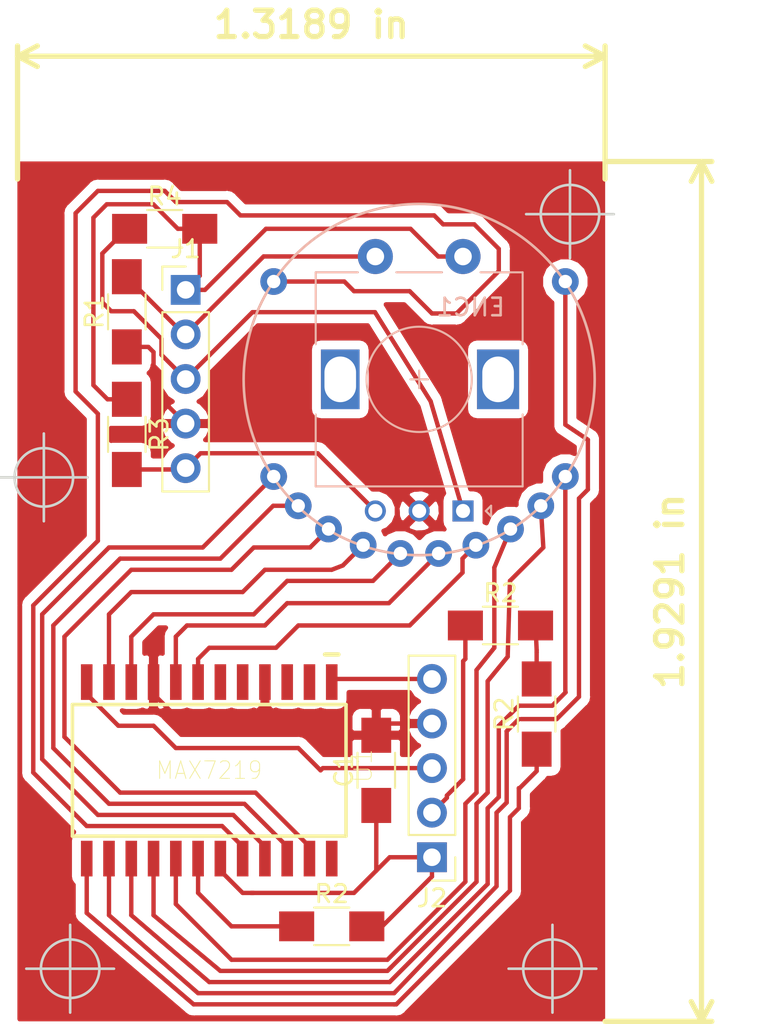
<source format=kicad_pcb>
(kicad_pcb (version 20171130) (host pcbnew "(5.0.0)")

  (general
    (thickness 1.6)
    (drawings 14)
    (tracks 240)
    (zones 0)
    (modules 11)
    (nets 27)
  )

  (page A4)
  (layers
    (0 F.Cu mixed)
    (31 B.Cu mixed)
    (32 B.Adhes user)
    (33 F.Adhes user)
    (34 B.Paste user)
    (35 F.Paste user)
    (36 B.SilkS user)
    (37 F.SilkS user)
    (38 B.Mask user)
    (39 F.Mask user)
    (40 Dwgs.User user)
    (41 Cmts.User user)
    (42 Eco1.User user)
    (43 Eco2.User user)
    (44 Edge.Cuts user)
    (45 Margin user)
    (46 B.CrtYd user)
    (47 F.CrtYd user)
    (48 B.Fab user)
    (49 F.Fab user)
  )

  (setup
    (last_trace_width 0.25)
    (trace_clearance 0.2)
    (zone_clearance 0.508)
    (zone_45_only no)
    (trace_min 0.2)
    (segment_width 0.2)
    (edge_width 0.15)
    (via_size 0.8)
    (via_drill 0.4)
    (via_min_size 0.4)
    (via_min_drill 0.3)
    (uvia_size 0.3)
    (uvia_drill 0.1)
    (uvias_allowed no)
    (uvia_min_size 0.2)
    (uvia_min_drill 0.1)
    (pcb_text_width 0.3)
    (pcb_text_size 1.5 1.5)
    (mod_edge_width 0.15)
    (mod_text_size 1 1)
    (mod_text_width 0.15)
    (pad_size 2 1.7)
    (pad_drill 0)
    (pad_to_mask_clearance 0)
    (aux_axis_origin 0 0)
    (grid_origin 71.83 32.46)
    (visible_elements 7FFFF7FF)
    (pcbplotparams
      (layerselection 0x00000_7fffffff)
      (usegerberextensions false)
      (usegerberattributes false)
      (usegerberadvancedattributes false)
      (creategerberjobfile false)
      (excludeedgelayer true)
      (linewidth 0.100000)
      (plotframeref false)
      (viasonmask false)
      (mode 1)
      (useauxorigin false)
      (hpglpennumber 1)
      (hpglpenspeed 20)
      (hpglpendiameter 15.000000)
      (psnegative false)
      (psa4output false)
      (plotreference true)
      (plotvalue true)
      (plotinvisibletext false)
      (padsonsilk false)
      (subtractmaskfromsilk false)
      (outputformat 4)
      (mirror false)
      (drillshape 1)
      (scaleselection 1)
      (outputdirectory ""))
  )

  (net 0 "")
  (net 1 GND)
  (net 2 "Net-(ENC1-Pad11)")
  (net 3 "Net-(ENC1-Pad10)")
  (net 4 "Net-(ENC1-Pad9)")
  (net 5 "Net-(ENC1-Pad8)")
  (net 6 "Net-(ENC1-Pad7)")
  (net 7 "Net-(ENC1-Pad6)")
  (net 8 "Net-(ENC1-Pad5)")
  (net 9 "Net-(ENC1-Pad4)")
  (net 10 "Net-(ENC1-Pad3)")
  (net 11 "Net-(ENC1-Pad2)")
  (net 12 "Net-(ENC1-Pad12)")
  (net 13 "Net-(ENC1-Pad1)")
  (net 14 /CLK)
  (net 15 /LOAD)
  (net 16 "Net-(R2-Pad1)")
  (net 17 +5V)
  (net 18 /DIN)
  (net 19 /EncoderB)
  (net 20 /EncoderA)
  (net 21 "Net-(U1-Pad2)")
  (net 22 "Net-(U1-Pad3)")
  (net 23 "Net-(U1-Pad5)")
  (net 24 "Net-(U1-Pad6)")
  (net 25 "Net-(U1-Pad24)")
  (net 26 /BTN)

  (net_class Default "This is the default net class."
    (clearance 0.2)
    (trace_width 0.25)
    (via_dia 0.8)
    (via_drill 0.4)
    (uvia_dia 0.3)
    (uvia_drill 0.1)
    (add_net +5V)
    (add_net /BTN)
    (add_net /CLK)
    (add_net /DIN)
    (add_net /EncoderA)
    (add_net /EncoderB)
    (add_net /LOAD)
    (add_net GND)
    (add_net "Net-(ENC1-Pad1)")
    (add_net "Net-(ENC1-Pad10)")
    (add_net "Net-(ENC1-Pad11)")
    (add_net "Net-(ENC1-Pad12)")
    (add_net "Net-(ENC1-Pad2)")
    (add_net "Net-(ENC1-Pad3)")
    (add_net "Net-(ENC1-Pad4)")
    (add_net "Net-(ENC1-Pad5)")
    (add_net "Net-(ENC1-Pad6)")
    (add_net "Net-(ENC1-Pad7)")
    (add_net "Net-(ENC1-Pad8)")
    (add_net "Net-(ENC1-Pad9)")
    (add_net "Net-(R2-Pad1)")
    (add_net "Net-(U1-Pad2)")
    (add_net "Net-(U1-Pad24)")
    (add_net "Net-(U1-Pad3)")
    (add_net "Net-(U1-Pad5)")
    (add_net "Net-(U1-Pad6)")
  )

  (module Resistors_SMD:R_1206_HandSoldering (layer F.Cu) (tedit 5C71CE77) (tstamp 5C7285E4)
    (at 101.929 65.448 90)
    (descr "Resistor SMD 1206, hand soldering")
    (tags "resistor 1206")
    (path /5C708EE3)
    (attr smd)
    (fp_text reference R2 (at 0 -1.85 90) (layer F.SilkS)
      (effects (font (size 1 1) (thickness 0.15)))
    )
    (fp_text value 28k (at 0 -4.445 -180) (layer F.Fab)
      (effects (font (size 1 1) (thickness 0.15)))
    )
    (fp_text user %R (at 0 0 90) (layer F.Fab)
      (effects (font (size 0.7 0.7) (thickness 0.105)))
    )
    (fp_line (start -1.6 0.8) (end -1.6 -0.8) (layer F.Fab) (width 0.1))
    (fp_line (start 1.6 0.8) (end -1.6 0.8) (layer F.Fab) (width 0.1))
    (fp_line (start 1.6 -0.8) (end 1.6 0.8) (layer F.Fab) (width 0.1))
    (fp_line (start -1.6 -0.8) (end 1.6 -0.8) (layer F.Fab) (width 0.1))
    (fp_line (start 1 1.07) (end -1 1.07) (layer F.SilkS) (width 0.12))
    (fp_line (start -1 -1.07) (end 1 -1.07) (layer F.SilkS) (width 0.12))
    (fp_line (start -3.25 -1.11) (end 3.25 -1.11) (layer F.CrtYd) (width 0.05))
    (fp_line (start -3.25 -1.11) (end -3.25 1.1) (layer F.CrtYd) (width 0.05))
    (fp_line (start 3.25 1.1) (end 3.25 -1.11) (layer F.CrtYd) (width 0.05))
    (fp_line (start 3.25 1.1) (end -3.25 1.1) (layer F.CrtYd) (width 0.05))
    (pad 1 smd rect (at -2 0 90) (size 2 1.7) (layers F.Cu F.Paste F.Mask)
      (net 14 /CLK))
    (pad 2 smd rect (at 2 0 90) (size 2 1.7) (layers F.Cu F.Paste F.Mask)
      (net 14 /CLK))
    (model ${KISYS3DMOD}/Resistors_SMD.3dshapes/R_1206.wrl
      (at (xyz 0 0 0))
      (scale (xyz 1 1 1))
      (rotate (xyz 0 0 0))
    )
  )

  (module Resistors_SMD:R_1206_HandSoldering (layer F.Cu) (tedit 5C71CE77) (tstamp 5C728644)
    (at 99.865 60.4)
    (descr "Resistor SMD 1206, hand soldering")
    (tags "resistor 1206")
    (path /5C708EE3)
    (attr smd)
    (fp_text reference R2 (at 0 -1.85) (layer F.SilkS)
      (effects (font (size 1 1) (thickness 0.15)))
    )
    (fp_text value 28k (at 0 -4.445 -270) (layer F.Fab)
      (effects (font (size 1 1) (thickness 0.15)))
    )
    (fp_line (start 3.25 1.1) (end -3.25 1.1) (layer F.CrtYd) (width 0.05))
    (fp_line (start 3.25 1.1) (end 3.25 -1.11) (layer F.CrtYd) (width 0.05))
    (fp_line (start -3.25 -1.11) (end -3.25 1.1) (layer F.CrtYd) (width 0.05))
    (fp_line (start -3.25 -1.11) (end 3.25 -1.11) (layer F.CrtYd) (width 0.05))
    (fp_line (start -1 -1.07) (end 1 -1.07) (layer F.SilkS) (width 0.12))
    (fp_line (start 1 1.07) (end -1 1.07) (layer F.SilkS) (width 0.12))
    (fp_line (start -1.6 -0.8) (end 1.6 -0.8) (layer F.Fab) (width 0.1))
    (fp_line (start 1.6 -0.8) (end 1.6 0.8) (layer F.Fab) (width 0.1))
    (fp_line (start 1.6 0.8) (end -1.6 0.8) (layer F.Fab) (width 0.1))
    (fp_line (start -1.6 0.8) (end -1.6 -0.8) (layer F.Fab) (width 0.1))
    (fp_text user %R (at 0 0) (layer F.Fab)
      (effects (font (size 0.7 0.7) (thickness 0.105)))
    )
    (pad 2 smd rect (at 2 0) (size 2 1.7) (layers F.Cu F.Paste F.Mask)
      (net 14 /CLK))
    (pad 1 smd rect (at -2 0) (size 2 1.7) (layers F.Cu F.Paste F.Mask)
      (net 14 /CLK))
    (model ${KISYS3DMOD}/Resistors_SMD.3dshapes/R_1206.wrl
      (at (xyz 0 0 0))
      (scale (xyz 1 1 1))
      (rotate (xyz 0 0 0))
    )
  )

  (module Encoder:RotaryEncoder_Alps_EC11E-Switch_Vertical_H20mm_with_LED (layer B.Cu) (tedit 5C711C1F) (tstamp 5C709029)
    (at 95.25 46.355 180)
    (descr "Alps rotary encoder, EC12E... with switch, vertical shaft, http://www.alps.com/prod/info/E/HTML/Encoder/Incremental/EC11/EC11E15204A3.html")
    (tags "rotary encoder")
    (path /5C6F1001)
    (fp_text reference ENC1 (at -2.91 4.09) (layer B.SilkS)
      (effects (font (size 1 1) (thickness 0.15)) (justify mirror))
    )
    (fp_text value EC11_LED_Rotary (at 1.11 12.33 180) (layer B.Fab)
      (effects (font (size 1 1) (thickness 0.15)) (justify mirror))
    )
    (fp_circle (center 0.02 -0.03) (end 10.02 -0.44) (layer B.SilkS) (width 0.15))
    (fp_circle (center 0.019239 -0.019083) (end 0.019239 2.980917) (layer B.Fab) (width 0.12))
    (fp_circle (center 0.019239 -0.019083) (end 0.019239 2.980917) (layer B.SilkS) (width 0.12))
    (fp_line (start 7.119239 8.480917) (end 7.119239 -9.019083) (layer B.CrtYd) (width 0.05))
    (fp_line (start 7.119239 8.480917) (end -7.080761 8.480917) (layer B.CrtYd) (width 0.05))
    (fp_line (start -7.080761 -9.019083) (end 7.119239 -9.019083) (layer B.CrtYd) (width 0.05))
    (fp_line (start -7.080761 -9.019083) (end -7.080761 8.480917) (layer B.CrtYd) (width 0.05))
    (fp_line (start -5.780761 -5.019083) (end -5.780761 5.980917) (layer B.Fab) (width 0.12))
    (fp_line (start -5.780761 5.980917) (end 5.819239 5.980917) (layer B.Fab) (width 0.12))
    (fp_line (start 5.819239 5.980917) (end 5.819239 -6.019083) (layer B.Fab) (width 0.12))
    (fp_line (start 5.819239 -6.019083) (end -4.680761 -6.019083) (layer B.Fab) (width 0.12))
    (fp_line (start -4.680761 -6.019083) (end -5.780761 -5.019083) (layer B.Fab) (width 0.12))
    (fp_line (start -5.880761 1.980917) (end -5.880761 6.080917) (layer B.SilkS) (width 0.12))
    (fp_line (start 5.919239 6.080917) (end 5.919239 1.980917) (layer B.SilkS) (width 0.12))
    (fp_line (start 5.919239 -2.019083) (end 5.919239 -6.119083) (layer B.SilkS) (width 0.12))
    (fp_line (start -5.880761 -2.019083) (end -5.880761 -6.119083) (layer B.SilkS) (width 0.12))
    (fp_line (start -5.880761 -6.119083) (end 5.919239 -6.119083) (layer B.SilkS) (width 0.12))
    (fp_line (start -3.780761 -7.519083) (end -4.080761 -7.819083) (layer B.SilkS) (width 0.12))
    (fp_line (start -4.080761 -7.819083) (end -4.080761 -7.219083) (layer B.SilkS) (width 0.12))
    (fp_line (start -4.080761 -7.219083) (end -3.780761 -7.519083) (layer B.SilkS) (width 0.12))
    (fp_line (start -2.980761 -0.019083) (end 3.019239 -0.019083) (layer B.Fab) (width 0.12))
    (fp_line (start 0.019239 -3.019083) (end 0.019239 2.980917) (layer B.Fab) (width 0.12))
    (fp_line (start -5.880761 6.080917) (end -3.480761 6.080917) (layer B.SilkS) (width 0.12))
    (fp_line (start -1.280761 6.080917) (end 1.319239 6.080917) (layer B.SilkS) (width 0.12))
    (fp_line (start 3.519239 6.080917) (end 5.919239 6.080917) (layer B.SilkS) (width 0.12))
    (fp_line (start -0.480761 -0.019083) (end 0.519239 -0.019083) (layer B.SilkS) (width 0.12))
    (fp_line (start 0.019239 -0.519083) (end 0.019239 0.480917) (layer B.SilkS) (width 0.12))
    (fp_text user %R (at 3.09 3.93) (layer B.Fab)
      (effects (font (size 1 1) (thickness 0.15)) (justify mirror))
    )
    (pad 1 thru_hole circle (at -8.314696 5.555702 123.8) (size 1.524 1.524) (drill 0.762) (layers *.Cu *.Mask)
      (net 13 "Net-(ENC1-Pad1)"))
    (pad 12 thru_hole circle (at 8.314696 5.555702 123.8) (size 1.524 1.524) (drill 0.762) (layers *.Cu *.Mask)
      (net 12 "Net-(ENC1-Pad12)"))
    (pad 2 thru_hole circle (at -8.314696 -5.555702 123.8) (size 1.524 1.524) (drill 0.762) (layers *.Cu *.Mask)
      (net 11 "Net-(ENC1-Pad2)"))
    (pad 3 thru_hole circle (at -6.91513 -7.22364 123.8) (size 1.524 1.524) (drill 0.762) (layers *.Cu *.Mask)
      (net 10 "Net-(ENC1-Pad3)"))
    (pad 4 thru_hole circle (at -5.187732 -8.549119 123.8) (size 1.524 1.524) (drill 0.762) (layers *.Cu *.Mask)
      (net 9 "Net-(ENC1-Pad4)"))
    (pad 5 thru_hole circle (at -3.214394 -9.469301 123.8) (size 1.524 1.524) (drill 0.762) (layers *.Cu *.Mask)
      (net 8 "Net-(ENC1-Pad5)"))
    (pad 6 thru_hole circle (at -1.088669 -9.940563 123.8) (size 1.524 1.524) (drill 0.762) (layers *.Cu *.Mask)
      (net 7 "Net-(ENC1-Pad6)"))
    (pad 7 thru_hole circle (at 1.088669 -9.940563 123.8) (size 1.524 1.524) (drill 0.762) (layers *.Cu *.Mask)
      (net 6 "Net-(ENC1-Pad7)"))
    (pad 8 thru_hole circle (at 3.214395 -9.469301 123.8) (size 1.524 1.524) (drill 0.762) (layers *.Cu *.Mask)
      (net 5 "Net-(ENC1-Pad8)"))
    (pad 9 thru_hole circle (at 5.187733 -8.549118 123.8) (size 1.524 1.524) (drill 0.762) (layers *.Cu *.Mask)
      (net 4 "Net-(ENC1-Pad9)"))
    (pad 10 thru_hole circle (at 6.915131 -7.223639 123.8) (size 1.524 1.524) (drill 0.762) (layers *.Cu *.Mask)
      (net 3 "Net-(ENC1-Pad10)"))
    (pad 11 thru_hole circle (at 8.314696 -5.555702 123.8) (size 1.524 1.524) (drill 0.762) (layers *.Cu *.Mask)
      (net 2 "Net-(ENC1-Pad11)"))
    (pad A thru_hole rect (at -2.480761 -7.519083 90) (size 1.2 1.2) (drill 0.8) (layers *.Cu *.Mask)
      (net 20 /EncoderA))
    (pad C thru_hole circle (at 0.019239 -7.519083 90) (size 1.2 1.2) (drill 0.8) (layers *.Cu *.Mask)
      (net 1 GND))
    (pad B thru_hole circle (at 2.519239 -7.519083 90) (size 1.2 1.2) (drill 0.8) (layers *.Cu *.Mask)
      (net 19 /EncoderB))
    (pad MP thru_hole rect (at -4.480761 -0.019083 90) (size 3.4 2.4) (drill oval 2.6 1.8) (layers *.Cu *.Mask))
    (pad MP thru_hole rect (at 4.519239 -0.019083 90) (size 3.4 2.2) (drill oval 2.6 1.8) (layers *.Cu *.Mask))
    (pad SW2 thru_hole circle (at -2.480761 6.980917 90) (size 2 2) (drill 1) (layers *.Cu *.Mask)
      (net 17 +5V))
    (pad SW1 thru_hole circle (at 2.519239 6.980917 90) (size 2 2) (drill 1) (layers *.Cu *.Mask)
      (net 26 /BTN))
    (model ${KISYS3DMOD}/Rotary_Encoder.3dshapes/RotaryEncoder_Alps_EC11E-Switch_Vertical_H20mm.wrl
      (at (xyz 0 0 0))
      (scale (xyz 1 1 1))
      (rotate (xyz 0 0 0))
    )
  )

  (module MAX7219:SOIC24 (layer F.Cu) (tedit 5C711B93) (tstamp 5C72869C)
    (at 83.26 68.655 180)
    (descr "<b>Small Outline Package 24</b> wide")
    (path /5C6F1414)
    (attr smd)
    (fp_text reference U1 (at -8.77767 0.25442 270) (layer F.SilkS)
      (effects (font (size 1.00168 1.00168) (thickness 0.05)))
    )
    (fp_text value MAX7219 (at 0 0 180) (layer F.SilkS)
      (effects (font (size 1 0.9) (thickness 0.05)))
    )
    (fp_line (start -7.366 6.604) (end -6.604 6.604) (layer F.SilkS) (width 0.254))
    (fp_poly (pts (xy 6.73979 3.8608) (xy 7.239 3.8608) (xy 7.239 5.34097) (xy 6.73979 5.34097)) (layer Eco2.User) (width 0))
    (fp_poly (pts (xy 5.46442 3.8608) (xy 5.969 3.8608) (xy 5.969 5.33734) (xy 5.46442 5.33734)) (layer Eco2.User) (width 0))
    (fp_poly (pts (xy 4.1982 3.8608) (xy 4.699 3.8608) (xy 4.699 5.34316) (xy 4.1982 5.34316)) (layer Eco2.User) (width 0))
    (fp_poly (pts (xy 2.92641 3.8608) (xy 3.429 3.8608) (xy 3.429 5.34387) (xy 2.92641 5.34387)) (layer Eco2.User) (width 0))
    (fp_poly (pts (xy 6.74353 -5.334) (xy 7.239 -5.334) (xy 7.239 -3.86799) (xy 6.74353 -3.86799)) (layer Eco2.User) (width 0))
    (fp_poly (pts (xy 5.46744 -5.334) (xy 5.969 -5.334) (xy 5.969 -3.86536) (xy 5.46744 -3.86536)) (layer Eco2.User) (width 0))
    (fp_poly (pts (xy 4.1945 -5.334) (xy 4.699 -5.334) (xy 4.699 -3.86402) (xy 4.1945 -3.86402)) (layer Eco2.User) (width 0))
    (fp_poly (pts (xy 2.92305 -5.334) (xy 3.429 -5.334) (xy 3.429 -3.86351) (xy 2.92305 -3.86351)) (layer Eco2.User) (width 0))
    (fp_poly (pts (xy 1.6527 -5.334) (xy 2.159 -5.334) (xy 2.159 -3.86477) (xy 1.6527 -3.86477)) (layer Eco2.User) (width 0))
    (fp_poly (pts (xy 0.381241 -5.334) (xy 0.889 -5.334) (xy 0.889 -3.86324) (xy 0.381241 -3.86324)) (layer Eco2.User) (width 0))
    (fp_poly (pts (xy -0.889941 -5.334) (xy -0.381 -5.334) (xy -0.381 -3.86489) (xy -0.889941 -3.86489)) (layer Eco2.User) (width 0))
    (fp_poly (pts (xy -2.16244 -5.334) (xy -1.651 -5.334) (xy -1.651 -3.86694) (xy -2.16244 -3.86694)) (layer Eco2.User) (width 0))
    (fp_poly (pts (xy -3.43182 -5.334) (xy -2.921 -5.334) (xy -2.921 -3.86397) (xy -3.43182 -3.86397)) (layer Eco2.User) (width 0))
    (fp_poly (pts (xy -4.70085 -5.334) (xy -4.191 -5.334) (xy -4.191 -3.86232) (xy -4.70085 -3.86232)) (layer Eco2.User) (width 0))
    (fp_poly (pts (xy -5.96973 -5.334) (xy -5.461 -5.334) (xy -5.461 -3.86127) (xy -5.96973 -3.86127)) (layer Eco2.User) (width 0))
    (fp_poly (pts (xy -7.25162 -5.334) (xy -6.731 -5.334) (xy -6.731 -3.86753) (xy -7.25162 -3.86753)) (layer Eco2.User) (width 0))
    (fp_poly (pts (xy 1.65133 3.8608) (xy 2.159 3.8608) (xy 2.159 5.33506) (xy 1.65133 5.33506)) (layer Eco2.User) (width 0))
    (fp_poly (pts (xy 0.381599 3.8608) (xy 0.889 3.8608) (xy 0.889 5.34238) (xy 0.381599 5.34238)) (layer Eco2.User) (width 0))
    (fp_poly (pts (xy -0.890734 3.8608) (xy -0.381 3.8608) (xy -0.381 5.3444) (xy -0.890734 5.3444)) (layer Eco2.User) (width 0))
    (fp_poly (pts (xy -2.16078 3.8608) (xy -1.651 3.8608) (xy -1.651 5.33839) (xy -2.16078 5.33839)) (layer Eco2.User) (width 0))
    (fp_poly (pts (xy -3.43059 3.8608) (xy -2.921 3.8608) (xy -2.921 5.33647) (xy -3.43059 5.33647)) (layer Eco2.User) (width 0))
    (fp_poly (pts (xy -4.70772 3.8608) (xy -4.191 3.8608) (xy -4.191 5.34389) (xy -4.70772 5.34389)) (layer Eco2.User) (width 0))
    (fp_poly (pts (xy -5.97092 3.8608) (xy -5.461 3.8608) (xy -5.461 5.33572) (xy -5.97092 5.33572)) (layer Eco2.User) (width 0))
    (fp_poly (pts (xy -7.25023 3.8608) (xy -6.731 3.8608) (xy -6.731 5.34228) (xy -7.25023 5.34228)) (layer Eco2.User) (width 0))
    (fp_line (start -7.8 -3.75) (end -7.8 3.75) (layer F.SilkS) (width 0.2032))
    (fp_line (start 7.8 3.75) (end 7.8 -3.75) (layer F.SilkS) (width 0.2032))
    (fp_line (start -7.8 3.75) (end 7.8 3.75) (layer F.SilkS) (width 0.2032))
    (fp_line (start 7.8 -3.75) (end -7.8 -3.75) (layer F.SilkS) (width 0.2032))
    (pad 12 smd rect (at 6.985 5.0292 180) (size 0.6604 2.032) (layers F.Cu F.Paste F.Mask)
      (net 15 /LOAD))
    (pad 11 smd rect (at 5.715 5.0292 180) (size 0.6604 2.032) (layers F.Cu F.Paste F.Mask)
      (net 5 "Net-(ENC1-Pad8)"))
    (pad 10 smd rect (at 4.445 5.0292 180) (size 0.6604 2.032) (layers F.Cu F.Paste F.Mask)
      (net 6 "Net-(ENC1-Pad7)"))
    (pad 9 smd rect (at 3.175 5.0292 180) (size 0.6604 2.032) (layers F.Cu F.Paste F.Mask)
      (net 1 GND))
    (pad 13 smd rect (at 6.985 -5.0292 180) (size 0.6604 2.032) (layers F.Cu F.Paste F.Mask)
      (net 14 /CLK))
    (pad 14 smd rect (at 5.715 -5.0292 180) (size 0.6604 2.032) (layers F.Cu F.Paste F.Mask)
      (net 13 "Net-(ENC1-Pad1)"))
    (pad 15 smd rect (at 4.445 -5.0292 180) (size 0.6604 2.032) (layers F.Cu F.Paste F.Mask)
      (net 11 "Net-(ENC1-Pad2)"))
    (pad 16 smd rect (at 3.175 -5.0292 180) (size 0.6604 2.032) (layers F.Cu F.Paste F.Mask)
      (net 10 "Net-(ENC1-Pad3)"))
    (pad 24 smd rect (at -6.985 -5.0292 180) (size 0.6604 2.032) (layers F.Cu F.Paste F.Mask)
      (net 25 "Net-(U1-Pad24)"))
    (pad 23 smd rect (at -5.715 -5.0292 180) (size 0.6604 2.032) (layers F.Cu F.Paste F.Mask)
      (net 4 "Net-(ENC1-Pad9)"))
    (pad 22 smd rect (at -4.445 -5.0292 180) (size 0.6604 2.032) (layers F.Cu F.Paste F.Mask)
      (net 3 "Net-(ENC1-Pad10)"))
    (pad 21 smd rect (at -3.175 -5.0292 180) (size 0.6604 2.032) (layers F.Cu F.Paste F.Mask)
      (net 2 "Net-(ENC1-Pad11)"))
    (pad 20 smd rect (at -1.905 -5.0292 180) (size 0.6604 2.032) (layers F.Cu F.Paste F.Mask)
      (net 12 "Net-(ENC1-Pad12)"))
    (pad 19 smd rect (at -0.635 -5.0292 180) (size 0.6604 2.032) (layers F.Cu F.Paste F.Mask)
      (net 17 +5V))
    (pad 18 smd rect (at 0.635 -5.0292 180) (size 0.6604 2.032) (layers F.Cu F.Paste F.Mask)
      (net 16 "Net-(R2-Pad1)"))
    (pad 17 smd rect (at 1.905 -5.0292 180) (size 0.6604 2.032) (layers F.Cu F.Paste F.Mask)
      (net 9 "Net-(ENC1-Pad4)"))
    (pad 8 smd rect (at 1.905 5.0292 180) (size 0.6604 2.032) (layers F.Cu F.Paste F.Mask)
      (net 7 "Net-(ENC1-Pad6)"))
    (pad 7 smd rect (at 0.635 5.0292 180) (size 0.6604 2.032) (layers F.Cu F.Paste F.Mask)
      (net 8 "Net-(ENC1-Pad5)"))
    (pad 6 smd rect (at -0.635 5.0292 180) (size 0.6604 2.032) (layers F.Cu F.Paste F.Mask)
      (net 24 "Net-(U1-Pad6)"))
    (pad 5 smd rect (at -1.905 5.0292 180) (size 0.6604 2.032) (layers F.Cu F.Paste F.Mask)
      (net 23 "Net-(U1-Pad5)"))
    (pad 4 smd rect (at -3.175 5.0292 180) (size 0.6604 2.032) (layers F.Cu F.Paste F.Mask)
      (net 1 GND))
    (pad 3 smd rect (at -4.445 5.0292 180) (size 0.6604 2.032) (layers F.Cu F.Paste F.Mask)
      (net 22 "Net-(U1-Pad3)"))
    (pad 2 smd rect (at -5.715 5.0292 180) (size 0.6604 2.032) (layers F.Cu F.Paste F.Mask)
      (net 21 "Net-(U1-Pad2)"))
    (pad 1 smd rect (at -6.985 5.0292 180) (size 0.6604 2.032) (layers F.Cu F.Paste F.Mask)
      (net 18 /DIN))
  )

  (module Resistors_SMD:R_1206_HandSoldering (layer F.Cu) (tedit 58E0A804) (tstamp 5C7287AC)
    (at 92.785 68.655 90)
    (descr "Resistor SMD 1206, hand soldering")
    (tags "resistor 1206")
    (path /5C7A9B04)
    (attr smd)
    (fp_text reference C1 (at 0 -1.85 90) (layer F.SilkS)
      (effects (font (size 1 1) (thickness 0.15)))
    )
    (fp_text value 100n (at 0 1.9 90) (layer F.Fab)
      (effects (font (size 1 1) (thickness 0.15)))
    )
    (fp_text user %R (at 0 0 90) (layer F.Fab)
      (effects (font (size 0.7 0.7) (thickness 0.105)))
    )
    (fp_line (start -1.6 0.8) (end -1.6 -0.8) (layer F.Fab) (width 0.1))
    (fp_line (start 1.6 0.8) (end -1.6 0.8) (layer F.Fab) (width 0.1))
    (fp_line (start 1.6 -0.8) (end 1.6 0.8) (layer F.Fab) (width 0.1))
    (fp_line (start -1.6 -0.8) (end 1.6 -0.8) (layer F.Fab) (width 0.1))
    (fp_line (start 1 1.07) (end -1 1.07) (layer F.SilkS) (width 0.12))
    (fp_line (start -1 -1.07) (end 1 -1.07) (layer F.SilkS) (width 0.12))
    (fp_line (start -3.25 -1.11) (end 3.25 -1.11) (layer F.CrtYd) (width 0.05))
    (fp_line (start -3.25 -1.11) (end -3.25 1.1) (layer F.CrtYd) (width 0.05))
    (fp_line (start 3.25 1.1) (end 3.25 -1.11) (layer F.CrtYd) (width 0.05))
    (fp_line (start 3.25 1.1) (end -3.25 1.1) (layer F.CrtYd) (width 0.05))
    (pad 1 smd rect (at -2 0 90) (size 2 1.7) (layers F.Cu F.Paste F.Mask)
      (net 17 +5V))
    (pad 2 smd rect (at 2 0 90) (size 2 1.7) (layers F.Cu F.Paste F.Mask)
      (net 1 GND))
    (model ${KISYS3DMOD}/Resistors_SMD.3dshapes/R_1206.wrl
      (at (xyz 0 0 0))
      (scale (xyz 1 1 1))
      (rotate (xyz 0 0 0))
    )
  )

  (module Resistors_SMD:R_1206_HandSoldering (layer F.Cu) (tedit 58E0A804) (tstamp 5C728614)
    (at 78.561 42.525 90)
    (descr "Resistor SMD 1206, hand soldering")
    (tags "resistor 1206")
    (path /5C70D4B6)
    (attr smd)
    (fp_text reference R1 (at 0 -1.85 90) (layer F.SilkS)
      (effects (font (size 1 1) (thickness 0.15)))
    )
    (fp_text value 10k (at 0 1.9 90) (layer F.Fab)
      (effects (font (size 1 1) (thickness 0.15)))
    )
    (fp_text user %R (at 0 0 90) (layer F.Fab)
      (effects (font (size 0.7 0.7) (thickness 0.105)))
    )
    (fp_line (start -1.6 0.8) (end -1.6 -0.8) (layer F.Fab) (width 0.1))
    (fp_line (start 1.6 0.8) (end -1.6 0.8) (layer F.Fab) (width 0.1))
    (fp_line (start 1.6 -0.8) (end 1.6 0.8) (layer F.Fab) (width 0.1))
    (fp_line (start -1.6 -0.8) (end 1.6 -0.8) (layer F.Fab) (width 0.1))
    (fp_line (start 1 1.07) (end -1 1.07) (layer F.SilkS) (width 0.12))
    (fp_line (start -1 -1.07) (end 1 -1.07) (layer F.SilkS) (width 0.12))
    (fp_line (start -3.25 -1.11) (end 3.25 -1.11) (layer F.CrtYd) (width 0.05))
    (fp_line (start -3.25 -1.11) (end -3.25 1.1) (layer F.CrtYd) (width 0.05))
    (fp_line (start 3.25 1.1) (end 3.25 -1.11) (layer F.CrtYd) (width 0.05))
    (fp_line (start 3.25 1.1) (end -3.25 1.1) (layer F.CrtYd) (width 0.05))
    (pad 1 smd rect (at -2 0 90) (size 2 1.7) (layers F.Cu F.Paste F.Mask)
      (net 1 GND))
    (pad 2 smd rect (at 2 0 90) (size 2 1.7) (layers F.Cu F.Paste F.Mask)
      (net 26 /BTN))
    (model ${KISYS3DMOD}/Resistors_SMD.3dshapes/R_1206.wrl
      (at (xyz 0 0 0))
      (scale (xyz 1 1 1))
      (rotate (xyz 0 0 0))
    )
  )

  (module Resistors_SMD:R_1206_HandSoldering (layer F.Cu) (tedit 58E0A804) (tstamp 5C72883C)
    (at 90.245 77.545)
    (descr "Resistor SMD 1206, hand soldering")
    (tags "resistor 1206")
    (path /5C708EE3)
    (attr smd)
    (fp_text reference R2 (at 0 -1.85) (layer F.SilkS)
      (effects (font (size 1 1) (thickness 0.15)))
    )
    (fp_text value 28k (at 0 -4.445 -270) (layer F.Fab)
      (effects (font (size 1 1) (thickness 0.15)))
    )
    (fp_text user %R (at 0 0) (layer F.Fab)
      (effects (font (size 0.7 0.7) (thickness 0.105)))
    )
    (fp_line (start -1.6 0.8) (end -1.6 -0.8) (layer F.Fab) (width 0.1))
    (fp_line (start 1.6 0.8) (end -1.6 0.8) (layer F.Fab) (width 0.1))
    (fp_line (start 1.6 -0.8) (end 1.6 0.8) (layer F.Fab) (width 0.1))
    (fp_line (start -1.6 -0.8) (end 1.6 -0.8) (layer F.Fab) (width 0.1))
    (fp_line (start 1 1.07) (end -1 1.07) (layer F.SilkS) (width 0.12))
    (fp_line (start -1 -1.07) (end 1 -1.07) (layer F.SilkS) (width 0.12))
    (fp_line (start -3.25 -1.11) (end 3.25 -1.11) (layer F.CrtYd) (width 0.05))
    (fp_line (start -3.25 -1.11) (end -3.25 1.1) (layer F.CrtYd) (width 0.05))
    (fp_line (start 3.25 1.1) (end 3.25 -1.11) (layer F.CrtYd) (width 0.05))
    (fp_line (start 3.25 1.1) (end -3.25 1.1) (layer F.CrtYd) (width 0.05))
    (pad 1 smd rect (at -2 0) (size 2 1.7) (layers F.Cu F.Paste F.Mask)
      (net 16 "Net-(R2-Pad1)"))
    (pad 2 smd rect (at 2 0) (size 2 1.7) (layers F.Cu F.Paste F.Mask)
      (net 17 +5V))
    (model ${KISYS3DMOD}/Resistors_SMD.3dshapes/R_1206.wrl
      (at (xyz 0 0 0))
      (scale (xyz 1 1 1))
      (rotate (xyz 0 0 0))
    )
  )

  (module Resistors_SMD:R_1206_HandSoldering (layer F.Cu) (tedit 58E0A804) (tstamp 5C72880C)
    (at 78.561 49.51 270)
    (descr "Resistor SMD 1206, hand soldering")
    (tags "resistor 1206")
    (path /5C71824F)
    (attr smd)
    (fp_text reference R3 (at 0 -1.85 270) (layer F.SilkS)
      (effects (font (size 1 1) (thickness 0.15)))
    )
    (fp_text value 10k (at 0 1.9 270) (layer F.Fab)
      (effects (font (size 1 1) (thickness 0.15)))
    )
    (fp_text user %R (at 0 0 270) (layer F.Fab)
      (effects (font (size 0.7 0.7) (thickness 0.105)))
    )
    (fp_line (start -1.6 0.8) (end -1.6 -0.8) (layer F.Fab) (width 0.1))
    (fp_line (start 1.6 0.8) (end -1.6 0.8) (layer F.Fab) (width 0.1))
    (fp_line (start 1.6 -0.8) (end 1.6 0.8) (layer F.Fab) (width 0.1))
    (fp_line (start -1.6 -0.8) (end 1.6 -0.8) (layer F.Fab) (width 0.1))
    (fp_line (start 1 1.07) (end -1 1.07) (layer F.SilkS) (width 0.12))
    (fp_line (start -1 -1.07) (end 1 -1.07) (layer F.SilkS) (width 0.12))
    (fp_line (start -3.25 -1.11) (end 3.25 -1.11) (layer F.CrtYd) (width 0.05))
    (fp_line (start -3.25 -1.11) (end -3.25 1.1) (layer F.CrtYd) (width 0.05))
    (fp_line (start 3.25 1.1) (end 3.25 -1.11) (layer F.CrtYd) (width 0.05))
    (fp_line (start 3.25 1.1) (end -3.25 1.1) (layer F.CrtYd) (width 0.05))
    (pad 1 smd rect (at -2 0 270) (size 2 1.7) (layers F.Cu F.Paste F.Mask)
      (net 17 +5V))
    (pad 2 smd rect (at 2 0 270) (size 2 1.7) (layers F.Cu F.Paste F.Mask)
      (net 19 /EncoderB))
    (model ${KISYS3DMOD}/Resistors_SMD.3dshapes/R_1206.wrl
      (at (xyz 0 0 0))
      (scale (xyz 1 1 1))
      (rotate (xyz 0 0 0))
    )
  )

  (module Resistors_SMD:R_1206_HandSoldering (layer F.Cu) (tedit 58E0A804) (tstamp 5C7287DC)
    (at 80.72 37.794)
    (descr "Resistor SMD 1206, hand soldering")
    (tags "resistor 1206")
    (path /5C718205)
    (attr smd)
    (fp_text reference R4 (at 0 -1.85) (layer F.SilkS)
      (effects (font (size 1 1) (thickness 0.15)))
    )
    (fp_text value 10k (at 0 1.9) (layer F.Fab)
      (effects (font (size 1 1) (thickness 0.15)))
    )
    (fp_text user %R (at 0 0) (layer F.Fab)
      (effects (font (size 0.7 0.7) (thickness 0.105)))
    )
    (fp_line (start -1.6 0.8) (end -1.6 -0.8) (layer F.Fab) (width 0.1))
    (fp_line (start 1.6 0.8) (end -1.6 0.8) (layer F.Fab) (width 0.1))
    (fp_line (start 1.6 -0.8) (end 1.6 0.8) (layer F.Fab) (width 0.1))
    (fp_line (start -1.6 -0.8) (end 1.6 -0.8) (layer F.Fab) (width 0.1))
    (fp_line (start 1 1.07) (end -1 1.07) (layer F.SilkS) (width 0.12))
    (fp_line (start -1 -1.07) (end 1 -1.07) (layer F.SilkS) (width 0.12))
    (fp_line (start -3.25 -1.11) (end 3.25 -1.11) (layer F.CrtYd) (width 0.05))
    (fp_line (start -3.25 -1.11) (end -3.25 1.1) (layer F.CrtYd) (width 0.05))
    (fp_line (start 3.25 1.1) (end 3.25 -1.11) (layer F.CrtYd) (width 0.05))
    (fp_line (start 3.25 1.1) (end -3.25 1.1) (layer F.CrtYd) (width 0.05))
    (pad 1 smd rect (at -2 0) (size 2 1.7) (layers F.Cu F.Paste F.Mask)
      (net 20 /EncoderA))
    (pad 2 smd rect (at 2 0) (size 2 1.7) (layers F.Cu F.Paste F.Mask)
      (net 17 +5V))
    (model ${KISYS3DMOD}/Resistors_SMD.3dshapes/R_1206.wrl
      (at (xyz 0 0 0))
      (scale (xyz 1 1 1))
      (rotate (xyz 0 0 0))
    )
  )

  (module Pin_Headers:Pin_Header_Straight_1x05_Pitch2.54mm (layer F.Cu) (tedit 59650532) (tstamp 5C728724)
    (at 95.96 73.608 180)
    (descr "Through hole straight pin header, 1x05, 2.54mm pitch, single row")
    (tags "Through hole pin header THT 1x05 2.54mm single row")
    (path /5C8EEB18)
    (fp_text reference J2 (at 0 -2.33 180) (layer F.SilkS)
      (effects (font (size 1 1) (thickness 0.15)))
    )
    (fp_text value Conn_01x05 (at 0 12.49 180) (layer F.Fab)
      (effects (font (size 1 1) (thickness 0.15)))
    )
    (fp_text user %R (at 0 5.08 270) (layer F.Fab)
      (effects (font (size 1 1) (thickness 0.15)))
    )
    (fp_line (start 1.8 -1.8) (end -1.8 -1.8) (layer F.CrtYd) (width 0.05))
    (fp_line (start 1.8 11.95) (end 1.8 -1.8) (layer F.CrtYd) (width 0.05))
    (fp_line (start -1.8 11.95) (end 1.8 11.95) (layer F.CrtYd) (width 0.05))
    (fp_line (start -1.8 -1.8) (end -1.8 11.95) (layer F.CrtYd) (width 0.05))
    (fp_line (start -1.33 -1.33) (end 0 -1.33) (layer F.SilkS) (width 0.12))
    (fp_line (start -1.33 0) (end -1.33 -1.33) (layer F.SilkS) (width 0.12))
    (fp_line (start -1.33 1.27) (end 1.33 1.27) (layer F.SilkS) (width 0.12))
    (fp_line (start 1.33 1.27) (end 1.33 11.49) (layer F.SilkS) (width 0.12))
    (fp_line (start -1.33 1.27) (end -1.33 11.49) (layer F.SilkS) (width 0.12))
    (fp_line (start -1.33 11.49) (end 1.33 11.49) (layer F.SilkS) (width 0.12))
    (fp_line (start -1.27 -0.635) (end -0.635 -1.27) (layer F.Fab) (width 0.1))
    (fp_line (start -1.27 11.43) (end -1.27 -0.635) (layer F.Fab) (width 0.1))
    (fp_line (start 1.27 11.43) (end -1.27 11.43) (layer F.Fab) (width 0.1))
    (fp_line (start 1.27 -1.27) (end 1.27 11.43) (layer F.Fab) (width 0.1))
    (fp_line (start -0.635 -1.27) (end 1.27 -1.27) (layer F.Fab) (width 0.1))
    (pad 5 thru_hole oval (at 0 10.16 180) (size 1.7 1.7) (drill 1) (layers *.Cu *.Mask)
      (net 18 /DIN))
    (pad 4 thru_hole oval (at 0 7.62 180) (size 1.7 1.7) (drill 1) (layers *.Cu *.Mask)
      (net 1 GND))
    (pad 3 thru_hole oval (at 0 5.08 180) (size 1.7 1.7) (drill 1) (layers *.Cu *.Mask)
      (net 15 /LOAD))
    (pad 2 thru_hole oval (at 0 2.54 180) (size 1.7 1.7) (drill 1) (layers *.Cu *.Mask)
      (net 14 /CLK))
    (pad 1 thru_hole rect (at 0 0 180) (size 1.7 1.7) (drill 1) (layers *.Cu *.Mask)
      (net 17 +5V))
    (model ${KISYS3DMOD}/Pin_Headers.3dshapes/Pin_Header_Straight_1x05_Pitch2.54mm.wrl
      (at (xyz 0 0 0))
      (scale (xyz 1 1 1))
      (rotate (xyz 0 0 0))
    )
  )

  (module Pin_Headers:Pin_Header_Straight_1x05_Pitch2.54mm (layer F.Cu) (tedit 5C713E19) (tstamp 5C72876C)
    (at 81.915 41.275)
    (descr "Through hole straight pin header, 1x05, 2.54mm pitch, single row")
    (tags "Through hole pin header THT 1x05 2.54mm single row")
    (path /5C859560)
    (fp_text reference J1 (at 0 -2.33) (layer F.SilkS)
      (effects (font (size 1 1) (thickness 0.15)))
    )
    (fp_text value Conn_01x05 (at 0 12.49) (layer F.Fab)
      (effects (font (size 1 1) (thickness 0.15)))
    )
    (fp_text user %R (at 0 5.08 90) (layer F.Fab)
      (effects (font (size 1 1) (thickness 0.15)))
    )
    (fp_line (start 1.8 -1.8) (end -1.8 -1.8) (layer F.CrtYd) (width 0.05))
    (fp_line (start 1.8 11.95) (end 1.8 -1.8) (layer F.CrtYd) (width 0.05))
    (fp_line (start -1.8 11.95) (end 1.8 11.95) (layer F.CrtYd) (width 0.05))
    (fp_line (start -1.8 -1.8) (end -1.8 11.95) (layer F.CrtYd) (width 0.05))
    (fp_line (start -1.33 -1.33) (end 0 -1.33) (layer F.SilkS) (width 0.12))
    (fp_line (start -1.33 0) (end -1.33 -1.33) (layer F.SilkS) (width 0.12))
    (fp_line (start -1.33 1.27) (end 1.33 1.27) (layer F.SilkS) (width 0.12))
    (fp_line (start 1.33 1.27) (end 1.33 11.49) (layer F.SilkS) (width 0.12))
    (fp_line (start -1.33 1.27) (end -1.33 11.49) (layer F.SilkS) (width 0.12))
    (fp_line (start -1.33 11.49) (end 1.33 11.49) (layer F.SilkS) (width 0.12))
    (fp_line (start -1.27 -0.635) (end -0.635 -1.27) (layer F.Fab) (width 0.1))
    (fp_line (start -1.27 11.43) (end -1.27 -0.635) (layer F.Fab) (width 0.1))
    (fp_line (start 1.27 11.43) (end -1.27 11.43) (layer F.Fab) (width 0.1))
    (fp_line (start 1.27 -1.27) (end 1.27 11.43) (layer F.Fab) (width 0.1))
    (fp_line (start -0.635 -1.27) (end 1.27 -1.27) (layer F.Fab) (width 0.1))
    (pad 5 thru_hole oval (at 0 10.16) (size 1.7 1.7) (drill 1) (layers *.Cu *.Mask)
      (net 19 /EncoderB))
    (pad 4 thru_hole oval (at 0 7.62) (size 1.7 1.7) (drill 1) (layers *.Cu *.Mask)
      (net 1 GND))
    (pad 3 thru_hole oval (at 0 5.08) (size 1.7 1.7) (drill 1) (layers *.Cu *.Mask)
      (net 20 /EncoderA))
    (pad 2 thru_hole oval (at 0 2.54) (size 1.7 1.7) (drill 1) (layers *.Cu *.Mask)
      (net 26 /BTN))
    (pad 1 thru_hole rect (at 0 0) (size 1.7 1.7) (drill 1) (layers *.Cu *.Mask)
      (net 17 +5V))
    (model ${KISYS3DMOD}/Pin_Headers.3dshapes/Pin_Header_Straight_1x05_Pitch2.54mm.wrl
      (at (xyz 0 0 0))
      (scale (xyz 1 1 1))
      (rotate (xyz 0 0 0))
    )
  )

  (dimension 49 (width 0.3) (layer F.SilkS)
    (gr_text "49.000 mm" (at 113.43 58.46 270) (layer F.SilkS)
      (effects (font (size 1.5 1.5) (thickness 0.3)))
    )
    (feature1 (pts (xy 105.83 82.96) (xy 111.916421 82.96)))
    (feature2 (pts (xy 105.83 33.96) (xy 111.916421 33.96)))
    (crossbar (pts (xy 111.33 33.96) (xy 111.33 82.96)))
    (arrow1a (pts (xy 111.33 82.96) (xy 110.743579 81.833496)))
    (arrow1b (pts (xy 111.33 82.96) (xy 111.916421 81.833496)))
    (arrow2a (pts (xy 111.33 33.96) (xy 110.743579 35.086504)))
    (arrow2b (pts (xy 111.33 33.96) (xy 111.916421 35.086504)))
  )
  (dimension 33.5 (width 0.3) (layer F.SilkS)
    (gr_text "33.500 mm" (at 89.08 25.86) (layer F.SilkS)
      (effects (font (size 1.5 1.5) (thickness 0.3)))
    )
    (feature1 (pts (xy 105.83 34.96) (xy 105.83 27.373579)))
    (feature2 (pts (xy 72.33 34.96) (xy 72.33 27.373579)))
    (crossbar (pts (xy 72.33 27.96) (xy 105.83 27.96)))
    (arrow1a (pts (xy 105.83 27.96) (xy 104.703496 28.546421)))
    (arrow1b (pts (xy 105.83 27.96) (xy 104.703496 27.373579)))
    (arrow2a (pts (xy 72.33 27.96) (xy 73.456504 28.546421)))
    (arrow2b (pts (xy 72.33 27.96) (xy 73.456504 27.373579)))
  )
  (target plus (at 103.83 36.96) (size 5) (width 0.15) (layer Edge.Cuts) (tstamp 5C72899A))
  (target plus (at 73.83 51.96) (size 5) (width 0.15) (layer Edge.Cuts) (tstamp 5C728999))
  (target plus (at 75.33 79.96) (size 5) (width 0.15) (layer Edge.Cuts) (tstamp 5C728998))
  (target plus (at 102.83 79.96) (size 5) (width 0.15) (layer Edge.Cuts))
  (gr_line (start 72.33 82.96) (end 72.33 60.96) (layer Eco1.User) (width 0.2))
  (gr_line (start 105.83 82.96) (end 72.33 82.96) (layer Eco1.User) (width 0.2))
  (gr_line (start 105.83 82.46) (end 105.83 82.96) (layer Eco1.User) (width 0.2))
  (gr_line (start 105.83 60.96) (end 105.83 82.46) (layer Eco1.User) (width 0.2))
  (gr_line (start 105.83 34.96) (end 105.83 60.96) (layer Eco1.User) (width 0.2))
  (gr_line (start 72.33 34.96) (end 105.83 34.96) (layer Eco1.User) (width 0.2))
  (gr_line (start 72.33 60.96) (end 72.33 34.96) (layer Eco1.User) (width 0.2))
  (gr_line (start 72.33 60.96) (end 105.83 60.96) (layer Eco1.User) (width 0.2) (tstamp 5C728076))

  (segment (start 90.251678 48.895) (end 95.230761 53.874083) (width 0.25) (layer F.Cu) (net 1) (tstamp 5C728890) (status 20))
  (segment (start 81.915 48.895) (end 90.251678 48.895) (width 0.25) (layer F.Cu) (net 1) (tstamp 5C728878) (status 10))
  (segment (start 86.435 64.845) (end 86.435 63.6258) (width 0.25) (layer F.Cu) (net 1) (tstamp 5C728887) (status 20))
  (segment (start 85.8 65.48) (end 86.435 64.845) (width 0.25) (layer F.Cu) (net 1) (tstamp 5C728875))
  (segment (start 81.2534 65.48) (end 85.8 65.48) (width 0.25) (layer F.Cu) (net 1) (tstamp 5C728884))
  (segment (start 80.085 63.6258) (end 80.085 64.3116) (width 0.25) (layer F.Cu) (net 1) (tstamp 5C728881) (status 30))
  (segment (start 92.785 66.655) (end 90.15 66.655) (width 0.25) (layer F.Cu) (net 1) (tstamp 5C728872) (status 10))
  (segment (start 90.15 66.655) (end 89.61 66.115) (width 0.25) (layer F.Cu) (net 1) (tstamp 5C72887E))
  (segment (start 87.705 66.115) (end 86.435 64.845) (width 0.25) (layer F.Cu) (net 1) (tstamp 5C728869))
  (segment (start 89.61 66.115) (end 87.705 66.115) (width 0.25) (layer F.Cu) (net 1) (tstamp 5C72886F))
  (segment (start 93.325 66.115) (end 92.785 66.655) (width 0.25) (layer F.Cu) (net 1) (tstamp 5C72886C) (status 30))
  (segment (start 93.452 65.988) (end 92.785 66.655) (width 0.25) (layer F.Cu) (net 1) (tstamp 5C72887B) (status 30))
  (segment (start 95.96 65.988) (end 93.452 65.988) (width 0.25) (layer F.Cu) (net 1) (tstamp 5C72888A) (status 30))
  (segment (start 87.705 72.9984) (end 85.2666 70.56) (width 0.25) (layer F.Cu) (net 3) (tstamp 5C7284E8))
  (segment (start 87.705 73.6842) (end 87.705 72.9984) (width 0.25) (layer F.Cu) (net 3) (tstamp 5C7284E5))
  (segment (start 94.161331 56.295563) (end 93.399332 57.057562) (width 0.25) (layer F.Cu) (net 6) (tstamp 5C7284EB) (status 10))
  (segment (start 96.338669 56.295563) (end 93.504232 59.13) (width 0.25) (layer F.Cu) (net 7) (tstamp 5C72858D) (status 10))
  (segment (start 93.504232 59.13) (end 87.705 59.13) (width 0.25) (layer F.Cu) (net 7) (tstamp 5C728575))
  (segment (start 87.705 59.13) (end 86.435 60.4) (width 0.25) (layer F.Cu) (net 7) (tstamp 5C72858A))
  (segment (start 86.435 60.4) (end 81.99 60.4) (width 0.25) (layer F.Cu) (net 7) (tstamp 5C728593))
  (segment (start 81.355 61.035) (end 81.355 63.6258) (width 0.25) (layer F.Cu) (net 7) (tstamp 5C72857B) (status 20))
  (segment (start 81.99 60.4) (end 81.355 61.035) (width 0.25) (layer F.Cu) (net 7) (tstamp 5C72856C))
  (segment (start 97.702395 56.5863) (end 97.702395 57.387605) (width 0.25) (layer F.Cu) (net 8) (tstamp 5C728578))
  (segment (start 98.464394 55.824301) (end 97.702395 56.5863) (width 0.25) (layer F.Cu) (net 8) (tstamp 5C728596) (status 10))
  (segment (start 97.702395 57.387605) (end 94.69 60.4) (width 0.25) (layer F.Cu) (net 8) (tstamp 5C728587))
  (segment (start 94.69 60.4) (end 88.34 60.4) (width 0.25) (layer F.Cu) (net 8) (tstamp 5C728581))
  (segment (start 88.34 60.4) (end 87.07 61.67) (width 0.25) (layer F.Cu) (net 8) (tstamp 5C728572))
  (segment (start 87.07 61.67) (end 83.26 61.67) (width 0.25) (layer F.Cu) (net 8) (tstamp 5C72856F))
  (segment (start 82.625 62.305) (end 82.625 63.6258) (width 0.25) (layer F.Cu) (net 8) (tstamp 5C72857E) (status 20))
  (segment (start 83.26 61.67) (end 82.625 62.305) (width 0.25) (layer F.Cu) (net 8) (tstamp 5C728569))
  (segment (start 78.815 76.91) (end 83.26 80.72) (width 0.25) (layer F.Cu) (net 11) (tstamp 5C728590))
  (segment (start 78.815 73.6842) (end 78.815 76.91) (width 0.25) (layer F.Cu) (net 11) (tstamp 5C728584) (status 10))
  (segment (start 103.564696 48.954696) (end 103.564696 40.799298) (width 0.25) (layer F.Cu) (net 13) (tstamp 5C72854E) (status 20))
  (segment (start 76.275 73.6842) (end 76.275 74.37) (width 0.25) (layer F.Cu) (net 14) (tstamp 5C728551) (status 30))
  (segment (start 89.61 68.655) (end 88.34 67.385) (width 0.25) (layer F.Cu) (net 15) (tstamp 5C728545))
  (segment (start 88.34 67.385) (end 81.355 67.385) (width 0.25) (layer F.Cu) (net 15) (tstamp 5C728554))
  (segment (start 81.355 67.385) (end 80.085 66.115) (width 0.25) (layer F.Cu) (net 15) (tstamp 5C728566))
  (segment (start 76.275 64.3116) (end 76.275 63.6258) (width 0.25) (layer F.Cu) (net 15) (tstamp 5C728542) (status 30))
  (segment (start 80.085 66.115) (end 78.0784 66.115) (width 0.25) (layer F.Cu) (net 15) (tstamp 5C72853F))
  (segment (start 78.0784 66.115) (end 76.275 64.3116) (width 0.25) (layer F.Cu) (net 15) (tstamp 5C72855D) (status 20))
  (segment (start 89.737 68.528) (end 95.96 68.528) (width 0.25) (layer F.Cu) (net 15) (tstamp 5C728563) (status 20))
  (segment (start 89.61 68.655) (end 89.737 68.528) (width 0.25) (layer F.Cu) (net 15) (tstamp 5C728548))
  (segment (start 82.625 75.64) (end 82.625 73.6842) (width 0.25) (layer F.Cu) (net 16) (tstamp 5C728560) (status 20))
  (segment (start 88.245 77.545) (end 84.53 77.545) (width 0.25) (layer F.Cu) (net 16) (tstamp 5C72855A) (status 10))
  (segment (start 84.53 77.545) (end 82.625 75.64) (width 0.25) (layer F.Cu) (net 16) (tstamp 5C728557))
  (segment (start 92.785 70.655) (end 92.785 74.37) (width 0.25) (layer F.Cu) (net 17) (tstamp 5C72854B) (status 10))
  (segment (start 92.785 74.37) (end 91.515 75.64) (width 0.25) (layer F.Cu) (net 17) (tstamp 5C72853C))
  (segment (start 83.895 74.37) (end 83.895 73.6842) (width 0.25) (layer F.Cu) (net 17) (tstamp 5C728536) (status 30))
  (segment (start 85.165 75.64) (end 83.895 74.37) (width 0.25) (layer F.Cu) (net 17) (tstamp 5C728539) (status 20))
  (segment (start 91.515 75.64) (end 85.165 75.64) (width 0.25) (layer F.Cu) (net 17) (tstamp 5C7284FD))
  (segment (start 92.785 70.805) (end 92.785 70.655) (width 0.25) (layer F.Cu) (net 17) (tstamp 5C728500) (status 30))
  (segment (start 85.63 75.64) (end 85.8 75.64) (width 0.25) (layer F.Cu) (net 17) (tstamp 5C72852D))
  (segment (start 96.205 73.735) (end 96.595 73.735) (width 0.25) (layer F.Cu) (net 17) (tstamp 5C72850F) (status 30))
  (segment (start 92.245 77.545) (end 92.395 77.545) (width 0.25) (layer F.Cu) (net 17) (tstamp 5C72850C) (status 30))
  (segment (start 93.547 73.608) (end 95.96 73.608) (width 0.25) (layer F.Cu) (net 17) (tstamp 5C7284F7) (status 20))
  (segment (start 92.785 74.37) (end 93.547 73.608) (width 0.25) (layer F.Cu) (net 17) (tstamp 5C728530))
  (segment (start 95.96 74.708) (end 95.96 73.608) (width 0.25) (layer F.Cu) (net 17) (tstamp 5C728512))
  (segment (start 93.123 77.545) (end 95.96 74.708) (width 0.25) (layer F.Cu) (net 17) (tstamp 5C72852A))
  (segment (start 92.245 77.545) (end 93.123 77.545) (width 0.25) (layer F.Cu) (net 17) (tstamp 5C72851E))
  (segment (start 90.2958 63.575) (end 90.245 63.6258) (width 0.25) (layer F.Cu) (net 18) (tstamp 5C728527) (status 30))
  (segment (start 96.5442 63.6258) (end 96.595 63.575) (width 0.25) (layer F.Cu) (net 18) (tstamp 5C728521) (status 30))
  (segment (start 90.4228 63.448) (end 90.245 63.6258) (width 0.25) (layer F.Cu) (net 18) (tstamp 5C728503) (status 30))
  (segment (start 95.96 63.448) (end 90.4228 63.448) (width 0.25) (layer F.Cu) (net 18) (tstamp 5C728524) (status 30))
  (segment (start 89.441679 50.585001) (end 92.730761 53.874083) (width 0.25) (layer F.Cu) (net 19) (tstamp 5C72851B) (status 20))
  (segment (start 82.764999 50.585001) (end 89.441679 50.585001) (width 0.25) (layer F.Cu) (net 19) (tstamp 5C728509) (status 10))
  (segment (start 81.915 51.435) (end 82.764999 50.585001) (width 0.25) (layer F.Cu) (net 19) (tstamp 5C728518) (status 30))
  (segment (start 95.885 47.625) (end 97.730761 53.874083) (width 0.25) (layer F.Cu) (net 20) (tstamp 5C728533) (status 20))
  (segment (start 92.71 42.545) (end 95.885 47.625) (width 0.25) (layer F.Cu) (net 20) (tstamp 5C728515))
  (segment (start 81.915 46.355) (end 85.725 42.545) (width 0.25) (layer F.Cu) (net 20) (tstamp 5C7284F1) (status 10))
  (segment (start 85.725 42.545) (end 92.71 42.545) (width 0.25) (layer F.Cu) (net 20) (tstamp 5C728506))
  (segment (start 86.36 39.37) (end 81.915 43.815) (width 0.25) (layer F.Cu) (net 26) (tstamp 5C7284FA) (status 20))
  (segment (start 92.730761 39.374083) (end 86.36 39.37) (width 0.25) (layer F.Cu) (net 26) (tstamp 5C7284EE) (status 10))
  (segment (start 78.55 43.815) (end 78.105 44.26) (width 0.25) (layer F.Cu) (net 1) (tstamp 5C7284F4) (status 30))
  (segment (start 79.788 44.525) (end 80.085 44.822) (width 0.25) (layer F.Cu) (net 1) (tstamp 5C7284DF))
  (segment (start 78.688 44.525) (end 79.788 44.525) (width 0.25) (layer F.Cu) (net 1) (tstamp 5C7284E2))
  (segment (start 80.085 47.065) (end 81.915 48.895) (width 0.25) (layer F.Cu) (net 1) (tstamp 5C72898C))
  (segment (start 80.085 44.822) (end 80.085 47.065) (width 0.25) (layer F.Cu) (net 1) (tstamp 5C728992))
  (segment (start 80.085 64.3116) (end 81.2534 65.48) (width 0.25) (layer F.Cu) (net 1) (tstamp 5C72888D) (status 10))
  (segment (start 86.435 72.9984) (end 86.435 73.6842) (width 0.25) (layer F.Cu) (net 2) (tstamp 5C728971))
  (segment (start 77.545 55.955) (end 73.735 59.765) (width 0.25) (layer F.Cu) (net 2) (tstamp 5C72897A))
  (segment (start 84.6316 71.195) (end 86.435 72.9984) (width 0.25) (layer F.Cu) (net 2) (tstamp 5C72896B))
  (segment (start 82.891006 55.955) (end 77.545 55.955) (width 0.25) (layer F.Cu) (net 2) (tstamp 5C72897D))
  (segment (start 73.735 59.765) (end 73.735 68.02) (width 0.25) (layer F.Cu) (net 2) (tstamp 5C728968))
  (segment (start 73.735 68.02) (end 76.91 71.195) (width 0.25) (layer F.Cu) (net 2) (tstamp 5C728977))
  (segment (start 86.935304 51.910702) (end 82.891006 55.955) (width 0.25) (layer F.Cu) (net 2) (tstamp 5C728974))
  (segment (start 76.91 71.195) (end 84.6316 71.195) (width 0.25) (layer F.Cu) (net 2) (tstamp 5C72896E))
  (segment (start 86.906361 53.578639) (end 88.334869 53.578639) (width 0.25) (layer F.Cu) (net 3) (tstamp 5C7285AE))
  (segment (start 77.545 70.56) (end 74.37 67.385) (width 0.25) (layer F.Cu) (net 3) (tstamp 5C7285A2))
  (segment (start 85.165 70.56) (end 77.545 70.56) (width 0.25) (layer F.Cu) (net 3) (tstamp 5C72859C))
  (segment (start 74.37 67.385) (end 74.37 60.39859) (width 0.25) (layer F.Cu) (net 3) (tstamp 5C7285AB))
  (segment (start 74.37 60.39859) (end 78.17859 56.59) (width 0.25) (layer F.Cu) (net 3) (tstamp 5C72859F))
  (segment (start 78.17859 56.59) (end 83.895 56.59) (width 0.25) (layer F.Cu) (net 3) (tstamp 5C7285A8))
  (segment (start 83.895 56.59) (end 86.906361 53.578639) (width 0.25) (layer F.Cu) (net 3) (tstamp 5C7285A5))
  (segment (start 89.011385 55.955) (end 90.062267 54.904118) (width 0.25) (layer F.Cu) (net 4) (tstamp 5C728926))
  (segment (start 85.8 55.955) (end 89.011385 55.955) (width 0.25) (layer F.Cu) (net 4) (tstamp 5C728923))
  (segment (start 84.53 57.225) (end 85.8 55.955) (width 0.25) (layer F.Cu) (net 4) (tstamp 5C728935))
  (segment (start 78.815 57.225) (end 84.53 57.225) (width 0.25) (layer F.Cu) (net 4) (tstamp 5C728932))
  (segment (start 88.975 72.9984) (end 85.9016 69.925) (width 0.25) (layer F.Cu) (net 4) (tstamp 5C72891D))
  (segment (start 88.975 73.6842) (end 88.975 72.9984) (width 0.25) (layer F.Cu) (net 4) (tstamp 5C728917))
  (segment (start 85.9016 69.925) (end 78.18 69.925) (width 0.25) (layer F.Cu) (net 4) (tstamp 5C72891A))
  (segment (start 78.18 69.925) (end 75.005 66.75) (width 0.25) (layer F.Cu) (net 4) (tstamp 5C72892C))
  (segment (start 75.005 66.75) (end 75.005 61.035) (width 0.25) (layer F.Cu) (net 4) (tstamp 5C728914))
  (segment (start 75.005 61.035) (end 78.815 57.225) (width 0.25) (layer F.Cu) (net 4) (tstamp 5C72892F))
  (segment (start 91.269906 56.59) (end 92.035605 55.824301) (width 0.25) (layer F.Cu) (net 5) (tstamp 5C72889F))
  (segment (start 77.545 59.765) (end 78.815 58.495) (width 0.25) (layer F.Cu) (net 5) (tstamp 5C7288A8))
  (segment (start 90.88 56.979906) (end 91.269906 56.59) (width 0.25) (layer F.Cu) (net 5) (tstamp 5C7288A5))
  (segment (start 77.545 63.6258) (end 77.545 59.765) (width 0.25) (layer F.Cu) (net 5) (tstamp 5C7288C9))
  (segment (start 78.815 58.495) (end 85.165 58.495) (width 0.25) (layer F.Cu) (net 5) (tstamp 5C7288C0))
  (segment (start 85.165 58.495) (end 86.435 57.225) (width 0.25) (layer F.Cu) (net 5) (tstamp 5C7288B1))
  (segment (start 86.435 57.225) (end 90.245 57.225) (width 0.25) (layer F.Cu) (net 5) (tstamp 5C7288C3))
  (segment (start 90.245 57.225) (end 90.88 56.979906) (width 0.25) (layer F.Cu) (net 5) (tstamp 5C7288AB))
  (segment (start 78.815 61.035) (end 78.815 63.6258) (width 0.25) (layer F.Cu) (net 6) (tstamp 5C7284B2))
  (segment (start 80.085 59.765) (end 78.815 61.035) (width 0.25) (layer F.Cu) (net 6) (tstamp 5C7284AC))
  (segment (start 85.8 59.765) (end 80.085 59.765) (width 0.25) (layer F.Cu) (net 6) (tstamp 5C7284AF))
  (segment (start 87.705 57.86) (end 85.8 59.765) (width 0.25) (layer F.Cu) (net 6) (tstamp 5C7284B8))
  (segment (start 94.161331 56.295563) (end 92.596894 57.86) (width 0.25) (layer F.Cu) (net 6) (tstamp 5C7284B5))
  (segment (start 92.596894 57.86) (end 87.705 57.86) (width 0.25) (layer F.Cu) (net 6) (tstamp 5C7284A9))
  (segment (start 99.516 61.67) (end 99.516 57.098) (width 0.25) (layer F.Cu) (net 9) (tstamp 5C728482))
  (segment (start 98.5 62.94) (end 99.516 61.67) (width 0.25) (layer F.Cu) (net 9) (tstamp 5C72848E))
  (segment (start 81.355 76.275) (end 84.53 79.45) (width 0.25) (layer F.Cu) (net 9) (tstamp 5C72848B))
  (segment (start 81.355 73.6842) (end 81.355 76.275) (width 0.25) (layer F.Cu) (net 9) (tstamp 5C728488))
  (segment (start 99.516 57.098) (end 100.437732 54.904119) (width 0.25) (layer F.Cu) (net 9) (tstamp 5C72847C))
  (segment (start 98.5 69.925) (end 98.5 62.94) (width 0.25) (layer F.Cu) (net 9) (tstamp 5C728479))
  (segment (start 84.53 79.45) (end 93.42 79.45) (width 0.25) (layer F.Cu) (net 9) (tstamp 5C728485))
  (segment (start 93.42 79.45) (end 97.865 75.005) (width 0.25) (layer F.Cu) (net 9) (tstamp 5C72847F))
  (segment (start 97.865 75.005) (end 97.865 70.56) (width 0.25) (layer F.Cu) (net 9) (tstamp 5C728476))
  (segment (start 97.865 70.56) (end 98.5 69.925) (width 0.25) (layer F.Cu) (net 9) (tstamp 5C728473))
  (segment (start 102.31 55.955) (end 102.16513 53.57864) (width 0.25) (layer F.Cu) (net 10) (tstamp 5C728899))
  (segment (start 100.405 57.86) (end 102.31 55.955) (width 0.25) (layer F.Cu) (net 10) (tstamp 5C72889C))
  (segment (start 100.278 62.178) (end 100.405 57.86) (width 0.25) (layer F.Cu) (net 10) (tstamp 5C728896))
  (segment (start 99.135 63.575) (end 100.278 62.178) (width 0.25) (layer F.Cu) (net 10) (tstamp 5C728893))
  (segment (start 99.135 69.92641) (end 99.135 63.575) (width 0.25) (layer F.Cu) (net 10) (tstamp 5C72895F))
  (segment (start 98.5 75.00641) (end 98.5 70.56141) (width 0.25) (layer F.Cu) (net 10) (tstamp 5C728953))
  (segment (start 80.085 76.91) (end 83.895 80.085) (width 0.25) (layer F.Cu) (net 10) (tstamp 5C728959))
  (segment (start 98.5 70.56141) (end 99.135 69.92641) (width 0.25) (layer F.Cu) (net 10) (tstamp 5C728956))
  (segment (start 83.895 80.085) (end 93.42 80.085) (width 0.25) (layer F.Cu) (net 10) (tstamp 5C728962))
  (segment (start 93.42 80.085) (end 93.60499 79.90001) (width 0.25) (layer F.Cu) (net 10) (tstamp 5C72894D))
  (segment (start 93.60499 79.90001) (end 93.606401 79.900009) (width 0.25) (layer F.Cu) (net 10) (tstamp 5C728950))
  (segment (start 80.085 73.6842) (end 80.085 76.91) (width 0.25) (layer F.Cu) (net 10) (tstamp 5C728965))
  (segment (start 93.606401 79.900009) (end 98.5 75.00641) (width 0.25) (layer F.Cu) (net 10) (tstamp 5C72895C))
  (segment (start 99.135 75.132) (end 93.547 80.72) (width 0.25) (layer F.Cu) (net 11) (tstamp 5C728599))
  (segment (start 99.135 70.814) (end 99.135 75.132) (width 0.25) (layer F.Cu) (net 11) (tstamp 5C7285B1))
  (segment (start 99.77 66.115) (end 99.77 70.179) (width 0.25) (layer F.Cu) (net 11) (tstamp 5C7285CC))
  (segment (start 100.913 64.972) (end 99.77 66.115) (width 0.25) (layer F.Cu) (net 11) (tstamp 5C7285D2))
  (segment (start 99.77 70.179) (end 99.135 70.814) (width 0.25) (layer F.Cu) (net 11) (tstamp 5C7285CF))
  (segment (start 83.26 80.72) (end 93.547 80.72) (width 0.25) (layer F.Cu) (net 11) (tstamp 5C7285C9))
  (segment (start 103.564696 51.910702) (end 103.564696 64.194696) (width 0.25) (layer F.Cu) (net 11) (tstamp 5C728866))
  (segment (start 103.564696 64.194696) (end 103.58 64.21) (width 0.25) (layer F.Cu) (net 11) (tstamp 5C728863))
  (segment (start 103.58 64.21) (end 102.818 64.972) (width 0.25) (layer F.Cu) (net 11) (tstamp 5C72885D))
  (segment (start 102.818 64.972) (end 100.913 64.972) (width 0.25) (layer F.Cu) (net 11) (tstamp 5C728860))
  (segment (start 85.165 72.9984) (end 85.165 73.6842) (width 0.25) (layer F.Cu) (net 12) (tstamp 5C728920))
  (segment (start 76.275 71.83) (end 83.9966 71.83) (width 0.25) (layer F.Cu) (net 12) (tstamp 5C728929))
  (segment (start 73.227 68.782) (end 76.275 71.83) (width 0.25) (layer F.Cu) (net 12) (tstamp 5C728938))
  (segment (start 83.9966 71.83) (end 85.165 72.9984) (width 0.25) (layer F.Cu) (net 12) (tstamp 5C72893B))
  (segment (start 73.227 59.257) (end 73.227 68.782) (width 0.25) (layer F.Cu) (net 12) (tstamp 5C728911))
  (segment (start 76.91 55.574) (end 75.894 56.59) (width 0.25) (layer F.Cu) (net 12) (tstamp 5C7288F9))
  (segment (start 75.64 36.905) (end 75.64 47.065) (width 0.25) (layer F.Cu) (net 12) (tstamp 5C7288EA))
  (segment (start 76.91 35.635) (end 75.64 36.905) (width 0.25) (layer F.Cu) (net 12) (tstamp 5C7288DE))
  (segment (start 91.515 41.35) (end 94.69 41.35) (width 0.25) (layer F.Cu) (net 12) (tstamp 5C7288E7))
  (segment (start 90.964298 40.799298) (end 91.515 41.35) (width 0.25) (layer F.Cu) (net 12) (tstamp 5C728908))
  (segment (start 94.69 41.35) (end 95.96 42.62) (width 0.25) (layer F.Cu) (net 12) (tstamp 5C7288D2))
  (segment (start 86.935304 40.799298) (end 90.964298 40.799298) (width 0.25) (layer F.Cu) (net 12) (tstamp 5C72890B))
  (segment (start 76.91 48.335) (end 76.91 55.574) (width 0.25) (layer F.Cu) (net 12) (tstamp 5C7288D5))
  (segment (start 96.087 37.032) (end 85.038 37.032) (width 0.25) (layer F.Cu) (net 12) (tstamp 5C728905))
  (segment (start 80.72 35.635) (end 76.91 35.635) (width 0.25) (layer F.Cu) (net 12) (tstamp 5C7288D8))
  (segment (start 76.148 56.336) (end 75.894 56.59) (width 0.25) (layer F.Cu) (net 12) (tstamp 5C728902))
  (segment (start 75.894 56.59) (end 73.227 59.257) (width 0.25) (layer F.Cu) (net 12) (tstamp 5C7288FF))
  (segment (start 95.96 42.62) (end 97.357 42.62) (width 0.25) (layer F.Cu) (net 12) (tstamp 5C7288FC))
  (segment (start 97.357 42.62) (end 99.77 40.207) (width 0.25) (layer F.Cu) (net 12) (tstamp 5C7288F6))
  (segment (start 75.64 47.065) (end 76.91 48.335) (width 0.25) (layer F.Cu) (net 12) (tstamp 5C7288F3))
  (segment (start 99.77 40.207) (end 99.77 38.937) (width 0.25) (layer F.Cu) (net 12) (tstamp 5C7288CF))
  (segment (start 99.77 38.937) (end 98.373 37.54) (width 0.25) (layer F.Cu) (net 12) (tstamp 5C7288F0))
  (segment (start 98.373 37.54) (end 96.595 37.54) (width 0.25) (layer F.Cu) (net 12) (tstamp 5C7288ED))
  (segment (start 96.595 37.54) (end 96.087 37.032) (width 0.25) (layer F.Cu) (net 12) (tstamp 5C7288E4))
  (segment (start 85.038 37.032) (end 84.276 36.27) (width 0.25) (layer F.Cu) (net 12) (tstamp 5C7288DB))
  (segment (start 84.276 36.27) (end 81.355 36.27) (width 0.25) (layer F.Cu) (net 12) (tstamp 5C72890E))
  (segment (start 81.355 36.27) (end 80.72 35.635) (width 0.25) (layer F.Cu) (net 12) (tstamp 5C7288E1))
  (segment (start 100.22001 66.42699) (end 100.278 66.369) (width 0.25) (layer F.Cu) (net 13) (tstamp 5C7284A6))
  (segment (start 100.22001 66.42699) (end 100.913 65.734) (width 0.25) (layer F.Cu) (net 13) (tstamp 5C7284A3))
  (segment (start 104.85 49.81498) (end 103.564696 48.954696) (width 0.25) (layer F.Cu) (net 13) (tstamp 5C7288BD))
  (segment (start 104.85 52.653) (end 104.85 49.81498) (width 0.25) (layer F.Cu) (net 13) (tstamp 5C7288CC))
  (segment (start 101.04 65.734) (end 103.072 65.734) (width 0.25) (layer F.Cu) (net 13) (tstamp 5C7288BA))
  (segment (start 103.072 65.734) (end 104.342 64.464) (width 0.25) (layer F.Cu) (net 13) (tstamp 5C7288AE))
  (segment (start 104.342 64.464) (end 104.342 53.161) (width 0.25) (layer F.Cu) (net 13) (tstamp 5C7288C6))
  (segment (start 104.342 53.161) (end 104.85 52.653) (width 0.25) (layer F.Cu) (net 13) (tstamp 5C7288A2))
  (segment (start 100.22001 70.49099) (end 100.22001 66.42699) (width 0.25) (layer F.Cu) (net 13) (tstamp 5C72846A))
  (segment (start 77.545 76.91) (end 82.625 81.355) (width 0.25) (layer F.Cu) (net 13) (tstamp 5C728467))
  (segment (start 77.545 73.6842) (end 77.545 76.91) (width 0.25) (layer F.Cu) (net 13) (tstamp 5C728461))
  (segment (start 82.625 81.355) (end 93.801 81.355) (width 0.25) (layer F.Cu) (net 13) (tstamp 5C72845E))
  (segment (start 93.801 81.355) (end 99.643 75.26041) (width 0.25) (layer F.Cu) (net 13) (tstamp 5C72845B))
  (segment (start 99.643 75.26041) (end 99.643 71.068) (width 0.25) (layer F.Cu) (net 13) (tstamp 5C72846D))
  (segment (start 99.643 71.068) (end 100.22001 70.49099) (width 0.25) (layer F.Cu) (net 13) (tstamp 5C728464))
  (segment (start 97.865 62.305) (end 97.865 60.4) (width 0.25) (layer F.Cu) (net 14) (tstamp 5C72849D))
  (segment (start 97.738 62.432) (end 97.865 62.305) (width 0.25) (layer F.Cu) (net 14) (tstamp 5C728494))
  (segment (start 97.738 69.163) (end 97.738 62.432) (width 0.25) (layer F.Cu) (net 14) (tstamp 5C72849A))
  (segment (start 96.809999 70.091001) (end 97.738 69.163) (width 0.25) (layer F.Cu) (net 14) (tstamp 5C728491))
  (segment (start 95.96 71.068) (end 96.809999 70.218001) (width 0.25) (layer F.Cu) (net 14) (tstamp 5C7284A0))
  (segment (start 96.809999 70.218001) (end 96.809999 70.091001) (width 0.25) (layer F.Cu) (net 14) (tstamp 5C728497))
  (segment (start 101.929 61.925) (end 101.929 63.448) (width 0.25) (layer F.Cu) (net 14) (tstamp 5C728941))
  (segment (start 101.865 60.4) (end 101.929 61.797) (width 0.25) (layer F.Cu) (net 14) (tstamp 5C728944))
  (segment (start 101.929 61.797) (end 101.929 61.925) (width 0.25) (layer F.Cu) (net 14) (tstamp 5C72893E))
  (segment (start 76.275 76.783) (end 76.275 73.6842) (width 0.25) (layer F.Cu) (net 14) (tstamp 5C7288B4))
  (segment (start 82.371 81.99) (end 76.275 76.783) (width 0.25) (layer F.Cu) (net 14) (tstamp 5C7288B7))
  (segment (start 82.371 81.99) (end 93.80241 81.99) (width 0.25) (layer F.Cu) (net 14) (tstamp 5C7284D3))
  (segment (start 93.80241 81.99) (end 93.807843 81.99) (width 0.25) (layer F.Cu) (net 14) (tstamp 5C7285B7))
  (segment (start 101.929 68.698) (end 101.929 67.448) (width 0.25) (layer F.Cu) (net 14) (tstamp 5C72844C))
  (segment (start 100.956 69.671) (end 101.929 68.698) (width 0.25) (layer F.Cu) (net 14) (tstamp 5C728449))
  (segment (start 93.80241 81.99) (end 93.928 81.99) (width 0.25) (layer F.Cu) (net 14) (tstamp 5C728446))
  (segment (start 93.928 81.99) (end 100.405 75.513) (width 0.25) (layer F.Cu) (net 14) (tstamp 5C728443))
  (segment (start 100.405 75.513) (end 100.405 71.322) (width 0.25) (layer F.Cu) (net 14) (tstamp 5C728455))
  (segment (start 100.405 71.322) (end 100.913 70.814) (width 0.25) (layer F.Cu) (net 14) (tstamp 5C728452))
  (segment (start 100.913 70.814) (end 100.913 69.671) (width 0.25) (layer F.Cu) (net 14) (tstamp 5C72844F))
  (segment (start 100.913 69.671) (end 100.956 69.671) (width 0.25) (layer F.Cu) (net 14) (tstamp 5C728458))
  (segment (start 78.561 47.51) (end 77.461 47.51) (width 0.25) (layer F.Cu) (net 17) (tstamp 5C7285C0))
  (segment (start 96.316548 39.374083) (end 94.736465 37.794) (width 0.25) (layer F.Cu) (net 17) (tstamp 5C7285C6))
  (segment (start 97.730761 39.374083) (end 96.316548 39.374083) (width 0.25) (layer F.Cu) (net 17) (tstamp 5C7285BD))
  (segment (start 83.015 41.275) (end 81.915 41.275) (width 0.25) (layer F.Cu) (net 17) (tstamp 5C7285B4))
  (segment (start 86.496 37.794) (end 83.015 41.275) (width 0.25) (layer F.Cu) (net 17) (tstamp 5C7285BA))
  (segment (start 94.736465 37.794) (end 86.496 37.794) (width 0.25) (layer F.Cu) (net 17) (tstamp 5C7285C3))
  (segment (start 82.72 40.47) (end 81.915 41.275) (width 0.25) (layer F.Cu) (net 17) (tstamp 5C728947))
  (segment (start 82.72 37.794) (end 82.72 40.47) (width 0.25) (layer F.Cu) (net 17) (tstamp 5C72894A))
  (segment (start 77.461 47.51) (end 76.656 46.705) (width 0.25) (layer F.Cu) (net 17) (tstamp 5C728986))
  (segment (start 76.656 46.705) (end 76.656 37.159) (width 0.25) (layer F.Cu) (net 17) (tstamp 5C728470))
  (segment (start 76.656 37.159) (end 77.418 36.397) (width 0.25) (layer F.Cu) (net 17) (tstamp 5C728989))
  (segment (start 81.47 37.794) (end 82.72 37.794) (width 0.25) (layer F.Cu) (net 17) (tstamp 5C728983))
  (segment (start 80.073 36.397) (end 81.47 37.794) (width 0.25) (layer F.Cu) (net 17) (tstamp 5C72898F))
  (segment (start 77.418 36.397) (end 80.073 36.397) (width 0.25) (layer F.Cu) (net 17) (tstamp 5C728980))
  (segment (start 81.84 51.51) (end 81.915 51.435) (width 0.25) (layer F.Cu) (net 19) (tstamp 5C728440))
  (segment (start 78.561 51.51) (end 81.84 51.51) (width 0.25) (layer F.Cu) (net 19) (tstamp 5C72843D))
  (segment (start 78.57 37.794) (end 78.72 37.794) (width 0.25) (layer F.Cu) (net 20) (tstamp 5C7284CD))
  (segment (start 77.164 39.2) (end 78.57 37.794) (width 0.25) (layer F.Cu) (net 20) (tstamp 5C7284C1))
  (segment (start 81.915 46.355) (end 80.53501 44.97501) (width 0.25) (layer F.Cu) (net 20) (tstamp 5C7284BE))
  (segment (start 80.53501 44.97501) (end 80.53501 44.064008) (width 0.25) (layer F.Cu) (net 20) (tstamp 5C7284C4))
  (segment (start 80.53501 44.064008) (end 78.964002 42.493) (width 0.25) (layer F.Cu) (net 20) (tstamp 5C7284BB))
  (segment (start 78.964002 42.493) (end 77.672 42.493) (width 0.25) (layer F.Cu) (net 20) (tstamp 5C7284D0))
  (segment (start 77.672 42.493) (end 77.164 41.985) (width 0.25) (layer F.Cu) (net 20) (tstamp 5C7284C7))
  (segment (start 77.164 41.985) (end 77.164 39.2) (width 0.25) (layer F.Cu) (net 20) (tstamp 5C7284CA))
  (segment (start 81.828 43.815) (end 81.915 43.815) (width 0.25) (layer F.Cu) (net 26) (tstamp 5C7284D6))
  (segment (start 78.688 40.675) (end 81.828 43.815) (width 0.25) (layer F.Cu) (net 26) (tstamp 5C7284DC))
  (segment (start 78.688 40.525) (end 78.688 40.675) (width 0.25) (layer F.Cu) (net 26) (tstamp 5C7284D9))

  (zone (net 1) (net_name GND) (layer F.Cu) (tstamp 5C7289FC) (hatch edge 0.508)
    (connect_pads (clearance 0.508))
    (min_thickness 0.254)
    (fill yes (arc_segments 16) (thermal_gap 0.508) (thermal_bridge_width 0.508))
    (polygon
      (pts
        (xy 72.33 34.96) (xy 72.33 82.96) (xy 105.83 82.96) (xy 105.83 34.96)
      )
    )
    (filled_polygon
      (pts
        (xy 105.703 82.833) (xy 72.457 82.833) (xy 72.457 68.806574) (xy 72.511097 69.078537) (xy 72.598335 69.209097)
        (xy 72.679072 69.329929) (xy 72.742528 69.372329) (xy 75.543099 72.172901) (xy 75.486991 72.210391) (xy 75.346643 72.420435)
        (xy 75.29736 72.6682) (xy 75.29736 74.7002) (xy 75.346643 74.947965) (xy 75.486991 75.158009) (xy 75.515001 75.176725)
        (xy 75.515 76.738171) (xy 75.502498 76.843758) (xy 75.535423 76.960525) (xy 75.559096 77.079536) (xy 75.576198 77.105132)
        (xy 75.584552 77.134757) (xy 75.659659 77.23004) (xy 75.727071 77.330929) (xy 75.815488 77.390007) (xy 81.797476 82.499623)
        (xy 81.823071 82.537929) (xy 81.911482 82.597003) (xy 81.934306 82.616499) (xy 81.97358 82.638496) (xy 82.074463 82.705904)
        (xy 82.104653 82.711909) (xy 82.131509 82.726951) (xy 82.251997 82.741218) (xy 82.296148 82.75) (xy 82.326166 82.75)
        (xy 82.431758 82.762503) (xy 82.476099 82.75) (xy 93.853153 82.75) (xy 93.928 82.764888) (xy 94.002847 82.75)
        (xy 94.002852 82.75) (xy 94.224537 82.705904) (xy 94.475929 82.537929) (xy 94.518331 82.47447) (xy 100.889473 76.103329)
        (xy 100.952929 76.060929) (xy 101.120904 75.809537) (xy 101.165 75.587852) (xy 101.165 75.587848) (xy 101.179888 75.513001)
        (xy 101.165 75.438154) (xy 101.165 71.636802) (xy 101.397475 71.404327) (xy 101.460929 71.361929) (xy 101.503327 71.298476)
        (xy 101.503329 71.298474) (xy 101.628903 71.110538) (xy 101.628904 71.110537) (xy 101.673 70.888852) (xy 101.673 70.888848)
        (xy 101.687888 70.814001) (xy 101.673 70.739154) (xy 101.673 70.028801) (xy 102.413473 69.288329) (xy 102.476929 69.245929)
        (xy 102.531004 69.165) (xy 102.577483 69.09544) (xy 102.779 69.09544) (xy 103.026765 69.046157) (xy 103.236809 68.905809)
        (xy 103.377157 68.695765) (xy 103.42644 68.448) (xy 103.42644 66.448) (xy 103.419981 66.41553) (xy 103.619929 66.281929)
        (xy 103.662331 66.21847) (xy 104.826473 65.054329) (xy 104.889929 65.011929) (xy 105.057904 64.760537) (xy 105.102 64.538852)
        (xy 105.102 64.538848) (xy 105.116888 64.464001) (xy 105.102 64.389154) (xy 105.102 53.475802) (xy 105.334475 53.243327)
        (xy 105.397929 53.200929) (xy 105.440327 53.137476) (xy 105.440329 53.137474) (xy 105.565903 52.949538) (xy 105.565904 52.949537)
        (xy 105.61 52.727852) (xy 105.61 52.727848) (xy 105.624888 52.653001) (xy 105.61 52.578154) (xy 105.61 49.813683)
        (xy 105.610118 49.664407) (xy 105.580853 49.593597) (xy 105.565904 49.518443) (xy 105.52367 49.455236) (xy 105.494636 49.384984)
        (xy 105.440499 49.330761) (xy 105.397929 49.267051) (xy 105.272858 49.183481) (xy 104.324696 48.548855) (xy 104.324696 41.996598)
        (xy 104.356033 41.983618) (xy 104.749016 41.590635) (xy 104.961696 41.077179) (xy 104.961696 40.521417) (xy 104.749016 40.007961)
        (xy 104.356033 39.614978) (xy 103.842577 39.402298) (xy 103.286815 39.402298) (xy 102.773359 39.614978) (xy 102.380376 40.007961)
        (xy 102.167696 40.521417) (xy 102.167696 41.077179) (xy 102.380376 41.590635) (xy 102.773359 41.983618) (xy 102.804697 41.996599)
        (xy 102.804696 48.955981) (xy 102.804578 49.105268) (xy 102.833843 49.176078) (xy 102.848792 49.251232) (xy 102.891026 49.31444)
        (xy 102.92006 49.384691) (xy 102.974196 49.438913) (xy 103.016767 49.502625) (xy 103.142648 49.586736) (xy 104.090001 50.220822)
        (xy 104.090001 50.616188) (xy 103.842577 50.513702) (xy 103.286815 50.513702) (xy 102.773359 50.726382) (xy 102.380376 51.119365)
        (xy 102.167696 51.632821) (xy 102.167696 52.18164) (xy 101.887249 52.18164) (xy 101.373793 52.39432) (xy 100.98081 52.787303)
        (xy 100.76813 53.300759) (xy 100.76813 53.528872) (xy 100.715613 53.507119) (xy 100.159851 53.507119) (xy 99.646395 53.719799)
        (xy 99.253412 54.112782) (xy 99.067359 54.561955) (xy 98.96884 54.521147) (xy 98.978201 54.474083) (xy 98.978201 53.274083)
        (xy 98.928918 53.026318) (xy 98.78857 52.816274) (xy 98.578526 52.675926) (xy 98.330761 52.626643) (xy 98.154769 52.626643)
        (xy 96.648353 47.526459) (xy 96.649249 47.497034) (xy 96.605791 47.382359) (xy 96.592668 47.337931) (xy 96.579322 47.312517)
        (xy 96.56915 47.285675) (xy 96.544598 47.246391) (xy 96.487582 47.137817) (xy 96.464962 47.118974) (xy 94.936905 44.674083)
        (xy 97.883321 44.674083) (xy 97.883321 48.074083) (xy 97.932604 48.321848) (xy 98.072952 48.531892) (xy 98.282996 48.67224)
        (xy 98.530761 48.721523) (xy 100.930761 48.721523) (xy 101.178526 48.67224) (xy 101.38857 48.531892) (xy 101.528918 48.321848)
        (xy 101.578201 48.074083) (xy 101.578201 44.674083) (xy 101.528918 44.426318) (xy 101.38857 44.216274) (xy 101.178526 44.075926)
        (xy 100.930761 44.026643) (xy 98.530761 44.026643) (xy 98.282996 44.075926) (xy 98.072952 44.216274) (xy 97.932604 44.426318)
        (xy 97.883321 44.674083) (xy 94.936905 44.674083) (xy 93.428244 42.260226) (xy 93.425904 42.248463) (xy 93.348346 42.13239)
        (xy 93.334353 42.11) (xy 94.375199 42.11) (xy 95.369671 43.104473) (xy 95.412071 43.167929) (xy 95.663463 43.335904)
        (xy 95.885148 43.38) (xy 95.885152 43.38) (xy 95.959999 43.394888) (xy 96.034846 43.38) (xy 97.282153 43.38)
        (xy 97.357 43.394888) (xy 97.431847 43.38) (xy 97.431852 43.38) (xy 97.653537 43.335904) (xy 97.904929 43.167929)
        (xy 97.947331 43.10447) (xy 100.254476 40.797327) (xy 100.317929 40.754929) (xy 100.360327 40.691476) (xy 100.360329 40.691474)
        (xy 100.473957 40.521417) (xy 100.485904 40.503537) (xy 100.53 40.281852) (xy 100.53 40.281848) (xy 100.544888 40.207001)
        (xy 100.53 40.132154) (xy 100.53 39.011846) (xy 100.544888 38.936999) (xy 100.53 38.862152) (xy 100.53 38.862148)
        (xy 100.485904 38.640463) (xy 100.428131 38.554) (xy 100.360329 38.452526) (xy 100.360327 38.452524) (xy 100.317929 38.389071)
        (xy 100.254476 38.346673) (xy 98.963331 37.05553) (xy 98.920929 36.992071) (xy 98.669537 36.824096) (xy 98.447852 36.78)
        (xy 98.447847 36.78) (xy 98.373 36.765112) (xy 98.298153 36.78) (xy 96.909802 36.78) (xy 96.67733 36.547529)
        (xy 96.634929 36.484071) (xy 96.383537 36.316096) (xy 96.161852 36.272) (xy 96.161847 36.272) (xy 96.087 36.257112)
        (xy 96.012153 36.272) (xy 85.352802 36.272) (xy 84.866331 35.78553) (xy 84.823929 35.722071) (xy 84.572537 35.554096)
        (xy 84.350852 35.51) (xy 84.350847 35.51) (xy 84.276 35.495112) (xy 84.201153 35.51) (xy 81.669802 35.51)
        (xy 81.310331 35.15053) (xy 81.267929 35.087071) (xy 81.267823 35.087) (xy 105.703 35.087)
      )
    )
    (filled_polygon
      (pts
        (xy 72.467 59.331847) (xy 72.467001 68.707148) (xy 72.457 68.757426) (xy 72.457 59.281574)
      )
    )
    (filled_polygon
      (pts
        (xy 80.639096 60.738464) (xy 80.595 60.960149) (xy 80.595 60.960153) (xy 80.580112 61.035) (xy 80.595 61.109847)
        (xy 80.595 61.996957) (xy 80.541509 61.9748) (xy 80.37075 61.9748) (xy 80.212 62.13355) (xy 80.212 63.4988)
        (xy 80.232 63.4988) (xy 80.232 63.7528) (xy 80.212 63.7528) (xy 80.212 65.11805) (xy 80.37075 65.2768)
        (xy 80.541509 65.2768) (xy 80.720942 65.202476) (xy 80.777035 65.239957) (xy 81.0248 65.28924) (xy 81.6852 65.28924)
        (xy 81.932965 65.239957) (xy 81.99 65.201847) (xy 82.047035 65.239957) (xy 82.2948 65.28924) (xy 82.9552 65.28924)
        (xy 83.202965 65.239957) (xy 83.26 65.201847) (xy 83.317035 65.239957) (xy 83.5648 65.28924) (xy 84.2252 65.28924)
        (xy 84.472965 65.239957) (xy 84.53 65.201847) (xy 84.587035 65.239957) (xy 84.8348 65.28924) (xy 85.4952 65.28924)
        (xy 85.742965 65.239957) (xy 85.799058 65.202476) (xy 85.978491 65.2768) (xy 86.14925 65.2768) (xy 86.308 65.11805)
        (xy 86.308 63.7528) (xy 86.288 63.7528) (xy 86.288 63.4988) (xy 86.308 63.4988) (xy 86.308 63.4788)
        (xy 86.562 63.4788) (xy 86.562 63.4988) (xy 86.582 63.4988) (xy 86.582 63.7528) (xy 86.562 63.7528)
        (xy 86.562 65.11805) (xy 86.72075 65.2768) (xy 86.891509 65.2768) (xy 87.070942 65.202476) (xy 87.127035 65.239957)
        (xy 87.3748 65.28924) (xy 88.0352 65.28924) (xy 88.282965 65.239957) (xy 88.34 65.201847) (xy 88.397035 65.239957)
        (xy 88.6448 65.28924) (xy 89.3052 65.28924) (xy 89.552965 65.239957) (xy 89.61 65.201847) (xy 89.667035 65.239957)
        (xy 89.9148 65.28924) (xy 90.5752 65.28924) (xy 90.822965 65.239957) (xy 91.033009 65.099609) (xy 91.173357 64.889565)
        (xy 91.22264 64.6418) (xy 91.22264 64.208) (xy 94.681822 64.208) (xy 94.889375 64.518625) (xy 95.208478 64.731843)
        (xy 95.078642 64.792817) (xy 94.688355 65.221076) (xy 94.518524 65.63111) (xy 94.639845 65.861) (xy 95.833 65.861)
        (xy 95.833 65.841) (xy 96.087 65.841) (xy 96.087 65.861) (xy 96.107 65.861) (xy 96.107 66.115)
        (xy 96.087 66.115) (xy 96.087 66.135) (xy 95.833 66.135) (xy 95.833 66.115) (xy 94.639845 66.115)
        (xy 94.518524 66.34489) (xy 94.688355 66.754924) (xy 95.078642 67.183183) (xy 95.208478 67.244157) (xy 94.889375 67.457375)
        (xy 94.681822 67.768) (xy 94.27 67.768) (xy 94.27 66.94075) (xy 94.11125 66.782) (xy 92.912 66.782)
        (xy 92.912 66.802) (xy 92.658 66.802) (xy 92.658 66.782) (xy 91.45875 66.782) (xy 91.3 66.94075)
        (xy 91.3 67.768) (xy 89.811846 67.768) (xy 89.794314 67.764513) (xy 88.930331 66.90053) (xy 88.887929 66.837071)
        (xy 88.636537 66.669096) (xy 88.414852 66.625) (xy 88.414847 66.625) (xy 88.34 66.610112) (xy 88.265153 66.625)
        (xy 81.669802 66.625) (xy 80.675331 65.63053) (xy 80.632929 65.567071) (xy 80.57549 65.528691) (xy 91.3 65.528691)
        (xy 91.3 66.36925) (xy 91.45875 66.528) (xy 92.658 66.528) (xy 92.658 65.17875) (xy 92.912 65.17875)
        (xy 92.912 66.528) (xy 94.11125 66.528) (xy 94.27 66.36925) (xy 94.27 65.528691) (xy 94.173327 65.295302)
        (xy 93.994699 65.116673) (xy 93.76131 65.02) (xy 93.07075 65.02) (xy 92.912 65.17875) (xy 92.658 65.17875)
        (xy 92.49925 65.02) (xy 91.80869 65.02) (xy 91.575301 65.116673) (xy 91.396673 65.295302) (xy 91.3 65.528691)
        (xy 80.57549 65.528691) (xy 80.381537 65.399096) (xy 80.159852 65.355) (xy 80.159847 65.355) (xy 80.085 65.340112)
        (xy 80.010153 65.355) (xy 78.393202 65.355) (xy 78.28837 65.250168) (xy 78.4848 65.28924) (xy 79.1452 65.28924)
        (xy 79.392965 65.239957) (xy 79.449058 65.202476) (xy 79.628491 65.2768) (xy 79.79925 65.2768) (xy 79.958 65.11805)
        (xy 79.958 63.7528) (xy 79.938 63.7528) (xy 79.938 63.4988) (xy 79.958 63.4988) (xy 79.958 62.13355)
        (xy 79.79925 61.9748) (xy 79.628491 61.9748) (xy 79.575 61.996957) (xy 79.575 61.349801) (xy 80.399802 60.525)
        (xy 80.781728 60.525)
      )
    )
    (filled_polygon
      (pts
        (xy 76.362071 35.087071) (xy 76.319671 35.150527) (xy 75.15553 36.314669) (xy 75.092071 36.357071) (xy 74.924096 36.608464)
        (xy 74.88 36.830149) (xy 74.88 36.830153) (xy 74.865112 36.905) (xy 74.88 36.979847) (xy 74.880001 46.990148)
        (xy 74.865112 47.065) (xy 74.880001 47.139852) (xy 74.924097 47.361537) (xy 75.092072 47.612929) (xy 75.155528 47.655329)
        (xy 76.15 48.649802) (xy 76.150001 55.259197) (xy 75.663528 55.745671) (xy 75.40953 55.999669) (xy 75.409527 55.999671)
        (xy 72.74253 58.666669) (xy 72.679071 58.709071) (xy 72.511096 58.960464) (xy 72.467 59.182149) (xy 72.467 59.182153)
        (xy 72.457 59.232426) (xy 72.457 35.087) (xy 76.362177 35.087)
      )
    )
    (filled_polygon
      (pts
        (xy 95.185525 47.939805) (xy 96.640298 52.865144) (xy 96.532604 53.026318) (xy 96.483321 53.274083) (xy 96.483321 54.474083)
        (xy 96.532604 54.721848) (xy 96.663744 54.918111) (xy 96.61655 54.898563) (xy 96.060788 54.898563) (xy 95.547332 55.111243)
        (xy 95.25 55.408575) (xy 94.952668 55.111243) (xy 94.439212 54.898563) (xy 93.88345 54.898563) (xy 93.369994 55.111243)
        (xy 93.286806 55.194431) (xy 93.219925 55.032964) (xy 93.202427 55.015466) (xy 93.430332 54.921065) (xy 93.614579 54.736818)
        (xy 94.547631 54.736818) (xy 94.597144 54.962247) (xy 95.061797 55.12189) (xy 95.552174 55.091565) (xy 95.864378 54.962247)
        (xy 95.913891 54.736818) (xy 95.230761 54.053688) (xy 94.547631 54.736818) (xy 93.614579 54.736818) (xy 93.777743 54.573654)
        (xy 93.965761 54.11974) (xy 93.965761 53.705119) (xy 93.982954 53.705119) (xy 94.013279 54.195496) (xy 94.142597 54.5077)
        (xy 94.368026 54.557213) (xy 95.051156 53.874083) (xy 95.410366 53.874083) (xy 96.093496 54.557213) (xy 96.318925 54.5077)
        (xy 96.478568 54.043047) (xy 96.448243 53.55267) (xy 96.318925 53.240466) (xy 96.093496 53.190953) (xy 95.410366 53.874083)
        (xy 95.051156 53.874083) (xy 94.368026 53.190953) (xy 94.142597 53.240466) (xy 93.982954 53.705119) (xy 93.965761 53.705119)
        (xy 93.965761 53.628426) (xy 93.777743 53.174512) (xy 93.614579 53.011348) (xy 94.547631 53.011348) (xy 95.230761 53.694478)
        (xy 95.913891 53.011348) (xy 95.864378 52.785919) (xy 95.399725 52.626276) (xy 94.909348 52.656601) (xy 94.597144 52.785919)
        (xy 94.547631 53.011348) (xy 93.614579 53.011348) (xy 93.430332 52.827101) (xy 92.976418 52.639083) (xy 92.570564 52.639083)
        (xy 90.03201 50.100531) (xy 89.989608 50.037072) (xy 89.738216 49.869097) (xy 89.516531 49.825001) (xy 89.516526 49.825001)
        (xy 89.441679 49.810113) (xy 89.366832 49.825001) (xy 83.038027 49.825001) (xy 83.186645 49.661924) (xy 83.356476 49.25189)
        (xy 83.235155 49.022) (xy 82.042 49.022) (xy 82.042 49.042) (xy 81.788 49.042) (xy 81.788 49.022)
        (xy 80.594845 49.022) (xy 80.473524 49.25189) (xy 80.643355 49.661924) (xy 81.033642 50.090183) (xy 81.163478 50.151157)
        (xy 80.844375 50.364375) (xy 80.586709 50.75) (xy 80.05844 50.75) (xy 80.05844 50.51) (xy 80.009157 50.262235)
        (xy 79.868809 50.052191) (xy 79.658765 49.911843) (xy 79.411 49.86256) (xy 77.711 49.86256) (xy 77.67 49.870715)
        (xy 77.67 49.149285) (xy 77.711 49.15744) (xy 79.411 49.15744) (xy 79.658765 49.108157) (xy 79.868809 48.967809)
        (xy 80.009157 48.757765) (xy 80.05844 48.51) (xy 80.05844 46.51) (xy 80.009157 46.262235) (xy 79.868809 46.052191)
        (xy 79.816672 46.017354) (xy 79.949327 45.884698) (xy 80.046 45.651309) (xy 80.046 45.562307) (xy 80.05054 45.565341)
        (xy 80.473791 45.988592) (xy 80.400908 46.355) (xy 80.516161 46.934418) (xy 80.844375 47.425625) (xy 81.163478 47.638843)
        (xy 81.033642 47.699817) (xy 80.643355 48.128076) (xy 80.473524 48.53811) (xy 80.594845 48.768) (xy 81.788 48.768)
        (xy 81.788 48.748) (xy 82.042 48.748) (xy 82.042 48.768) (xy 83.235155 48.768) (xy 83.356476 48.53811)
        (xy 83.186645 48.128076) (xy 82.796358 47.699817) (xy 82.666522 47.638843) (xy 82.985625 47.425625) (xy 83.313839 46.934418)
        (xy 83.429092 46.355) (xy 83.356209 45.988592) (xy 84.670718 44.674083) (xy 88.983321 44.674083) (xy 88.983321 48.074083)
        (xy 89.032604 48.321848) (xy 89.172952 48.531892) (xy 89.382996 48.67224) (xy 89.630761 48.721523) (xy 91.830761 48.721523)
        (xy 92.078526 48.67224) (xy 92.28857 48.531892) (xy 92.428918 48.321848) (xy 92.478201 48.074083) (xy 92.478201 44.674083)
        (xy 92.428918 44.426318) (xy 92.28857 44.216274) (xy 92.078526 44.075926) (xy 91.830761 44.026643) (xy 89.630761 44.026643)
        (xy 89.382996 44.075926) (xy 89.172952 44.216274) (xy 89.032604 44.426318) (xy 88.983321 44.674083) (xy 84.670718 44.674083)
        (xy 86.039802 43.305) (xy 92.288772 43.305)
      )
    )
    (filled_polygon
      (pts
        (xy 78.688 44.398) (xy 78.708 44.398) (xy 78.708 44.652) (xy 78.688 44.652) (xy 78.688 44.672)
        (xy 78.434 44.672) (xy 78.434 44.652) (xy 78.414 44.652) (xy 78.414 44.398) (xy 78.434 44.398)
        (xy 78.434 44.378) (xy 78.688 44.378)
      )
    )
  )
  (zone (net 1) (net_name GND) (layer F.Cu) (tstamp 5C7289F9) (hatch edge 0.508)
    (connect_pads (clearance 0.508))
    (min_thickness 0.254)
    (fill yes (arc_segments 16) (thermal_gap 0.508) (thermal_bridge_width 0.508))
    (polygon
      (pts
        (xy 72.33 34.96) (xy 72.33 82.96) (xy 105.83 82.96) (xy 105.83 34.96)
      )
    )
    (filled_polygon
      (pts
        (xy 105.703 82.833) (xy 72.457 82.833) (xy 72.457 68.806574) (xy 72.511097 69.078537) (xy 72.598335 69.209097)
        (xy 72.679072 69.329929) (xy 72.742528 69.372329) (xy 75.543099 72.172901) (xy 75.486991 72.210391) (xy 75.346643 72.420435)
        (xy 75.29736 72.6682) (xy 75.29736 74.7002) (xy 75.346643 74.947965) (xy 75.486991 75.158009) (xy 75.515001 75.176725)
        (xy 75.515 76.738171) (xy 75.502498 76.843758) (xy 75.535423 76.960525) (xy 75.559096 77.079536) (xy 75.576198 77.105132)
        (xy 75.584552 77.134757) (xy 75.659659 77.23004) (xy 75.727071 77.330929) (xy 75.815488 77.390007) (xy 81.797476 82.499623)
        (xy 81.823071 82.537929) (xy 81.911482 82.597003) (xy 81.934306 82.616499) (xy 81.97358 82.638496) (xy 82.074463 82.705904)
        (xy 82.104653 82.711909) (xy 82.131509 82.726951) (xy 82.251997 82.741218) (xy 82.296148 82.75) (xy 82.326166 82.75)
        (xy 82.431758 82.762503) (xy 82.476099 82.75) (xy 93.853153 82.75) (xy 93.928 82.764888) (xy 94.002847 82.75)
        (xy 94.002852 82.75) (xy 94.224537 82.705904) (xy 94.475929 82.537929) (xy 94.518331 82.47447) (xy 100.889473 76.103329)
        (xy 100.952929 76.060929) (xy 101.120904 75.809537) (xy 101.165 75.587852) (xy 101.165 75.587848) (xy 101.179888 75.513001)
        (xy 101.165 75.438154) (xy 101.165 71.636802) (xy 101.397475 71.404327) (xy 101.460929 71.361929) (xy 101.503327 71.298476)
        (xy 101.503329 71.298474) (xy 101.628903 71.110538) (xy 101.628904 71.110537) (xy 101.673 70.888852) (xy 101.673 70.888848)
        (xy 101.687888 70.814001) (xy 101.673 70.739154) (xy 101.673 70.028801) (xy 102.413473 69.288329) (xy 102.476929 69.245929)
        (xy 102.531004 69.165) (xy 102.577483 69.09544) (xy 102.779 69.09544) (xy 103.026765 69.046157) (xy 103.236809 68.905809)
        (xy 103.377157 68.695765) (xy 103.42644 68.448) (xy 103.42644 66.448) (xy 103.419981 66.41553) (xy 103.619929 66.281929)
        (xy 103.662331 66.21847) (xy 104.826473 65.054329) (xy 104.889929 65.011929) (xy 105.057904 64.760537) (xy 105.102 64.538852)
        (xy 105.102 64.538848) (xy 105.116888 64.464001) (xy 105.102 64.389154) (xy 105.102 53.475802) (xy 105.334475 53.243327)
        (xy 105.397929 53.200929) (xy 105.440327 53.137476) (xy 105.440329 53.137474) (xy 105.565903 52.949538) (xy 105.565904 52.949537)
        (xy 105.61 52.727852) (xy 105.61 52.727848) (xy 105.624888 52.653001) (xy 105.61 52.578154) (xy 105.61 49.813683)
        (xy 105.610118 49.664407) (xy 105.580853 49.593597) (xy 105.565904 49.518443) (xy 105.52367 49.455236) (xy 105.494636 49.384984)
        (xy 105.440499 49.330761) (xy 105.397929 49.267051) (xy 105.272858 49.183481) (xy 104.324696 48.548855) (xy 104.324696 41.996598)
        (xy 104.356033 41.983618) (xy 104.749016 41.590635) (xy 104.961696 41.077179) (xy 104.961696 40.521417) (xy 104.749016 40.007961)
        (xy 104.356033 39.614978) (xy 103.842577 39.402298) (xy 103.286815 39.402298) (xy 102.773359 39.614978) (xy 102.380376 40.007961)
        (xy 102.167696 40.521417) (xy 102.167696 41.077179) (xy 102.380376 41.590635) (xy 102.773359 41.983618) (xy 102.804697 41.996599)
        (xy 102.804696 48.955981) (xy 102.804578 49.105268) (xy 102.833843 49.176078) (xy 102.848792 49.251232) (xy 102.891026 49.31444)
        (xy 102.92006 49.384691) (xy 102.974196 49.438913) (xy 103.016767 49.502625) (xy 103.142648 49.586736) (xy 104.090001 50.220822)
        (xy 104.090001 50.616188) (xy 103.842577 50.513702) (xy 103.286815 50.513702) (xy 102.773359 50.726382) (xy 102.380376 51.119365)
        (xy 102.167696 51.632821) (xy 102.167696 52.18164) (xy 101.887249 52.18164) (xy 101.373793 52.39432) (xy 100.98081 52.787303)
        (xy 100.76813 53.300759) (xy 100.76813 53.528872) (xy 100.715613 53.507119) (xy 100.159851 53.507119) (xy 99.646395 53.719799)
        (xy 99.253412 54.112782) (xy 99.067359 54.561955) (xy 98.96884 54.521147) (xy 98.978201 54.474083) (xy 98.978201 53.274083)
        (xy 98.928918 53.026318) (xy 98.78857 52.816274) (xy 98.578526 52.675926) (xy 98.330761 52.626643) (xy 98.154769 52.626643)
        (xy 96.648353 47.526459) (xy 96.649249 47.497034) (xy 96.605791 47.382359) (xy 96.592668 47.337931) (xy 96.579322 47.312517)
        (xy 96.56915 47.285675) (xy 96.544598 47.246391) (xy 96.487582 47.137817) (xy 96.464962 47.118974) (xy 94.936905 44.674083)
        (xy 97.883321 44.674083) (xy 97.883321 48.074083) (xy 97.932604 48.321848) (xy 98.072952 48.531892) (xy 98.282996 48.67224)
        (xy 98.530761 48.721523) (xy 100.930761 48.721523) (xy 101.178526 48.67224) (xy 101.38857 48.531892) (xy 101.528918 48.321848)
        (xy 101.578201 48.074083) (xy 101.578201 44.674083) (xy 101.528918 44.426318) (xy 101.38857 44.216274) (xy 101.178526 44.075926)
        (xy 100.930761 44.026643) (xy 98.530761 44.026643) (xy 98.282996 44.075926) (xy 98.072952 44.216274) (xy 97.932604 44.426318)
        (xy 97.883321 44.674083) (xy 94.936905 44.674083) (xy 93.428244 42.260226) (xy 93.425904 42.248463) (xy 93.348346 42.13239)
        (xy 93.334353 42.11) (xy 94.375199 42.11) (xy 95.369671 43.104473) (xy 95.412071 43.167929) (xy 95.663463 43.335904)
        (xy 95.885148 43.38) (xy 95.885152 43.38) (xy 95.959999 43.394888) (xy 96.034846 43.38) (xy 97.282153 43.38)
        (xy 97.357 43.394888) (xy 97.431847 43.38) (xy 97.431852 43.38) (xy 97.653537 43.335904) (xy 97.904929 43.167929)
        (xy 97.947331 43.10447) (xy 100.254476 40.797327) (xy 100.317929 40.754929) (xy 100.360327 40.691476) (xy 100.360329 40.691474)
        (xy 100.473957 40.521417) (xy 100.485904 40.503537) (xy 100.53 40.281852) (xy 100.53 40.281848) (xy 100.544888 40.207001)
        (xy 100.53 40.132154) (xy 100.53 39.011846) (xy 100.544888 38.936999) (xy 100.53 38.862152) (xy 100.53 38.862148)
        (xy 100.485904 38.640463) (xy 100.428131 38.554) (xy 100.360329 38.452526) (xy 100.360327 38.452524) (xy 100.317929 38.389071)
        (xy 100.254476 38.346673) (xy 98.963331 37.05553) (xy 98.920929 36.992071) (xy 98.669537 36.824096) (xy 98.447852 36.78)
        (xy 98.447847 36.78) (xy 98.373 36.765112) (xy 98.298153 36.78) (xy 96.909802 36.78) (xy 96.67733 36.547529)
        (xy 96.634929 36.484071) (xy 96.383537 36.316096) (xy 96.161852 36.272) (xy 96.161847 36.272) (xy 96.087 36.257112)
        (xy 96.012153 36.272) (xy 85.352802 36.272) (xy 84.866331 35.78553) (xy 84.823929 35.722071) (xy 84.572537 35.554096)
        (xy 84.350852 35.51) (xy 84.350847 35.51) (xy 84.276 35.495112) (xy 84.201153 35.51) (xy 81.669802 35.51)
        (xy 81.310331 35.15053) (xy 81.267929 35.087071) (xy 81.267823 35.087) (xy 105.703 35.087)
      )
    )
    (filled_polygon
      (pts
        (xy 72.467 59.331847) (xy 72.467001 68.707148) (xy 72.457 68.757426) (xy 72.457 59.281574)
      )
    )
    (filled_polygon
      (pts
        (xy 80.639096 60.738464) (xy 80.595 60.960149) (xy 80.595 60.960153) (xy 80.580112 61.035) (xy 80.595 61.109847)
        (xy 80.595 61.996957) (xy 80.541509 61.9748) (xy 80.37075 61.9748) (xy 80.212 62.13355) (xy 80.212 63.4988)
        (xy 80.232 63.4988) (xy 80.232 63.7528) (xy 80.212 63.7528) (xy 80.212 65.11805) (xy 80.37075 65.2768)
        (xy 80.541509 65.2768) (xy 80.720942 65.202476) (xy 80.777035 65.239957) (xy 81.0248 65.28924) (xy 81.6852 65.28924)
        (xy 81.932965 65.239957) (xy 81.99 65.201847) (xy 82.047035 65.239957) (xy 82.2948 65.28924) (xy 82.9552 65.28924)
        (xy 83.202965 65.239957) (xy 83.26 65.201847) (xy 83.317035 65.239957) (xy 83.5648 65.28924) (xy 84.2252 65.28924)
        (xy 84.472965 65.239957) (xy 84.53 65.201847) (xy 84.587035 65.239957) (xy 84.8348 65.28924) (xy 85.4952 65.28924)
        (xy 85.742965 65.239957) (xy 85.799058 65.202476) (xy 85.978491 65.2768) (xy 86.14925 65.2768) (xy 86.308 65.11805)
        (xy 86.308 63.7528) (xy 86.288 63.7528) (xy 86.288 63.4988) (xy 86.308 63.4988) (xy 86.308 63.4788)
        (xy 86.562 63.4788) (xy 86.562 63.4988) (xy 86.582 63.4988) (xy 86.582 63.7528) (xy 86.562 63.7528)
        (xy 86.562 65.11805) (xy 86.72075 65.2768) (xy 86.891509 65.2768) (xy 87.070942 65.202476) (xy 87.127035 65.239957)
        (xy 87.3748 65.28924) (xy 88.0352 65.28924) (xy 88.282965 65.239957) (xy 88.34 65.201847) (xy 88.397035 65.239957)
        (xy 88.6448 65.28924) (xy 89.3052 65.28924) (xy 89.552965 65.239957) (xy 89.61 65.201847) (xy 89.667035 65.239957)
        (xy 89.9148 65.28924) (xy 90.5752 65.28924) (xy 90.822965 65.239957) (xy 91.033009 65.099609) (xy 91.173357 64.889565)
        (xy 91.22264 64.6418) (xy 91.22264 64.208) (xy 94.681822 64.208) (xy 94.889375 64.518625) (xy 95.208478 64.731843)
        (xy 95.078642 64.792817) (xy 94.688355 65.221076) (xy 94.518524 65.63111) (xy 94.639845 65.861) (xy 95.833 65.861)
        (xy 95.833 65.841) (xy 96.087 65.841) (xy 96.087 65.861) (xy 96.107 65.861) (xy 96.107 66.115)
        (xy 96.087 66.115) (xy 96.087 66.135) (xy 95.833 66.135) (xy 95.833 66.115) (xy 94.639845 66.115)
        (xy 94.518524 66.34489) (xy 94.688355 66.754924) (xy 95.078642 67.183183) (xy 95.208478 67.244157) (xy 94.889375 67.457375)
        (xy 94.681822 67.768) (xy 94.27 67.768) (xy 94.27 66.94075) (xy 94.11125 66.782) (xy 92.912 66.782)
        (xy 92.912 66.802) (xy 92.658 66.802) (xy 92.658 66.782) (xy 91.45875 66.782) (xy 91.3 66.94075)
        (xy 91.3 67.768) (xy 89.811846 67.768) (xy 89.794314 67.764513) (xy 88.930331 66.90053) (xy 88.887929 66.837071)
        (xy 88.636537 66.669096) (xy 88.414852 66.625) (xy 88.414847 66.625) (xy 88.34 66.610112) (xy 88.265153 66.625)
        (xy 81.669802 66.625) (xy 80.675331 65.63053) (xy 80.632929 65.567071) (xy 80.57549 65.528691) (xy 91.3 65.528691)
        (xy 91.3 66.36925) (xy 91.45875 66.528) (xy 92.658 66.528) (xy 92.658 65.17875) (xy 92.912 65.17875)
        (xy 92.912 66.528) (xy 94.11125 66.528) (xy 94.27 66.36925) (xy 94.27 65.528691) (xy 94.173327 65.295302)
        (xy 93.994699 65.116673) (xy 93.76131 65.02) (xy 93.07075 65.02) (xy 92.912 65.17875) (xy 92.658 65.17875)
        (xy 92.49925 65.02) (xy 91.80869 65.02) (xy 91.575301 65.116673) (xy 91.396673 65.295302) (xy 91.3 65.528691)
        (xy 80.57549 65.528691) (xy 80.381537 65.399096) (xy 80.159852 65.355) (xy 80.159847 65.355) (xy 80.085 65.340112)
        (xy 80.010153 65.355) (xy 78.393202 65.355) (xy 78.28837 65.250168) (xy 78.4848 65.28924) (xy 79.1452 65.28924)
        (xy 79.392965 65.239957) (xy 79.449058 65.202476) (xy 79.628491 65.2768) (xy 79.79925 65.2768) (xy 79.958 65.11805)
        (xy 79.958 63.7528) (xy 79.938 63.7528) (xy 79.938 63.4988) (xy 79.958 63.4988) (xy 79.958 62.13355)
        (xy 79.79925 61.9748) (xy 79.628491 61.9748) (xy 79.575 61.996957) (xy 79.575 61.349801) (xy 80.399802 60.525)
        (xy 80.781728 60.525)
      )
    )
    (filled_polygon
      (pts
        (xy 76.362071 35.087071) (xy 76.319671 35.150527) (xy 75.15553 36.314669) (xy 75.092071 36.357071) (xy 74.924096 36.608464)
        (xy 74.88 36.830149) (xy 74.88 36.830153) (xy 74.865112 36.905) (xy 74.88 36.979847) (xy 74.880001 46.990148)
        (xy 74.865112 47.065) (xy 74.880001 47.139852) (xy 74.924097 47.361537) (xy 75.092072 47.612929) (xy 75.155528 47.655329)
        (xy 76.15 48.649802) (xy 76.150001 55.259197) (xy 75.663528 55.745671) (xy 75.40953 55.999669) (xy 75.409527 55.999671)
        (xy 72.74253 58.666669) (xy 72.679071 58.709071) (xy 72.511096 58.960464) (xy 72.467 59.182149) (xy 72.467 59.182153)
        (xy 72.457 59.232426) (xy 72.457 35.087) (xy 76.362177 35.087)
      )
    )
    (filled_polygon
      (pts
        (xy 95.185525 47.939805) (xy 96.640298 52.865144) (xy 96.532604 53.026318) (xy 96.483321 53.274083) (xy 96.483321 54.474083)
        (xy 96.532604 54.721848) (xy 96.663744 54.918111) (xy 96.61655 54.898563) (xy 96.060788 54.898563) (xy 95.547332 55.111243)
        (xy 95.25 55.408575) (xy 94.952668 55.111243) (xy 94.439212 54.898563) (xy 93.88345 54.898563) (xy 93.369994 55.111243)
        (xy 93.286806 55.194431) (xy 93.219925 55.032964) (xy 93.202427 55.015466) (xy 93.430332 54.921065) (xy 93.614579 54.736818)
        (xy 94.547631 54.736818) (xy 94.597144 54.962247) (xy 95.061797 55.12189) (xy 95.552174 55.091565) (xy 95.864378 54.962247)
        (xy 95.913891 54.736818) (xy 95.230761 54.053688) (xy 94.547631 54.736818) (xy 93.614579 54.736818) (xy 93.777743 54.573654)
        (xy 93.965761 54.11974) (xy 93.965761 53.705119) (xy 93.982954 53.705119) (xy 94.013279 54.195496) (xy 94.142597 54.5077)
        (xy 94.368026 54.557213) (xy 95.051156 53.874083) (xy 95.410366 53.874083) (xy 96.093496 54.557213) (xy 96.318925 54.5077)
        (xy 96.478568 54.043047) (xy 96.448243 53.55267) (xy 96.318925 53.240466) (xy 96.093496 53.190953) (xy 95.410366 53.874083)
        (xy 95.051156 53.874083) (xy 94.368026 53.190953) (xy 94.142597 53.240466) (xy 93.982954 53.705119) (xy 93.965761 53.705119)
        (xy 93.965761 53.628426) (xy 93.777743 53.174512) (xy 93.614579 53.011348) (xy 94.547631 53.011348) (xy 95.230761 53.694478)
        (xy 95.913891 53.011348) (xy 95.864378 52.785919) (xy 95.399725 52.626276) (xy 94.909348 52.656601) (xy 94.597144 52.785919)
        (xy 94.547631 53.011348) (xy 93.614579 53.011348) (xy 93.430332 52.827101) (xy 92.976418 52.639083) (xy 92.570564 52.639083)
        (xy 90.03201 50.100531) (xy 89.989608 50.037072) (xy 89.738216 49.869097) (xy 89.516531 49.825001) (xy 89.516526 49.825001)
        (xy 89.441679 49.810113) (xy 89.366832 49.825001) (xy 83.038027 49.825001) (xy 83.186645 49.661924) (xy 83.356476 49.25189)
        (xy 83.235155 49.022) (xy 82.042 49.022) (xy 82.042 49.042) (xy 81.788 49.042) (xy 81.788 49.022)
        (xy 80.594845 49.022) (xy 80.473524 49.25189) (xy 80.643355 49.661924) (xy 81.033642 50.090183) (xy 81.163478 50.151157)
        (xy 80.844375 50.364375) (xy 80.586709 50.75) (xy 80.05844 50.75) (xy 80.05844 50.51) (xy 80.009157 50.262235)
        (xy 79.868809 50.052191) (xy 79.658765 49.911843) (xy 79.411 49.86256) (xy 77.711 49.86256) (xy 77.67 49.870715)
        (xy 77.67 49.149285) (xy 77.711 49.15744) (xy 79.411 49.15744) (xy 79.658765 49.108157) (xy 79.868809 48.967809)
        (xy 80.009157 48.757765) (xy 80.05844 48.51) (xy 80.05844 46.51) (xy 80.009157 46.262235) (xy 79.868809 46.052191)
        (xy 79.816672 46.017354) (xy 79.949327 45.884698) (xy 80.046 45.651309) (xy 80.046 45.562307) (xy 80.05054 45.565341)
        (xy 80.473791 45.988592) (xy 80.400908 46.355) (xy 80.516161 46.934418) (xy 80.844375 47.425625) (xy 81.163478 47.638843)
        (xy 81.033642 47.699817) (xy 80.643355 48.128076) (xy 80.473524 48.53811) (xy 80.594845 48.768) (xy 81.788 48.768)
        (xy 81.788 48.748) (xy 82.042 48.748) (xy 82.042 48.768) (xy 83.235155 48.768) (xy 83.356476 48.53811)
        (xy 83.186645 48.128076) (xy 82.796358 47.699817) (xy 82.666522 47.638843) (xy 82.985625 47.425625) (xy 83.313839 46.934418)
        (xy 83.429092 46.355) (xy 83.356209 45.988592) (xy 84.670718 44.674083) (xy 88.983321 44.674083) (xy 88.983321 48.074083)
        (xy 89.032604 48.321848) (xy 89.172952 48.531892) (xy 89.382996 48.67224) (xy 89.630761 48.721523) (xy 91.830761 48.721523)
        (xy 92.078526 48.67224) (xy 92.28857 48.531892) (xy 92.428918 48.321848) (xy 92.478201 48.074083) (xy 92.478201 44.674083)
        (xy 92.428918 44.426318) (xy 92.28857 44.216274) (xy 92.078526 44.075926) (xy 91.830761 44.026643) (xy 89.630761 44.026643)
        (xy 89.382996 44.075926) (xy 89.172952 44.216274) (xy 89.032604 44.426318) (xy 88.983321 44.674083) (xy 84.670718 44.674083)
        (xy 86.039802 43.305) (xy 92.288772 43.305)
      )
    )
    (filled_polygon
      (pts
        (xy 78.688 44.398) (xy 78.708 44.398) (xy 78.708 44.652) (xy 78.688 44.652) (xy 78.688 44.672)
        (xy 78.434 44.672) (xy 78.434 44.652) (xy 78.414 44.652) (xy 78.414 44.398) (xy 78.434 44.398)
        (xy 78.434 44.378) (xy 78.688 44.378)
      )
    )
  )
  (zone (net 1) (net_name GND) (layer F.Cu) (tstamp 5C7289F6) (hatch edge 0.508)
    (connect_pads (clearance 0.508))
    (min_thickness 0.254)
    (fill yes (arc_segments 16) (thermal_gap 0.508) (thermal_bridge_width 0.508))
    (polygon
      (pts
        (xy 105.83 34.96) (xy 105.83 33.96) (xy 72.33 33.96) (xy 72.33 34.96)
      )
    )
    (filled_polygon
      (pts
        (xy 105.703 34.833) (xy 72.457 34.833) (xy 72.457 34.087) (xy 105.703 34.087)
      )
    )
  )
  (zone (net 1) (net_name GND) (layer F.Cu) (tstamp 5C7289F3) (hatch edge 0.508)
    (connect_pads (clearance 0.508))
    (min_thickness 0.254)
    (fill yes (arc_segments 16) (thermal_gap 0.508) (thermal_bridge_width 0.508))
    (polygon
      (pts
        (xy 72.33 33.96) (xy 72.33 82.96) (xy 105.83 82.96) (xy 105.83 33.96)
      )
    )
    (filled_polygon
      (pts
        (xy 105.703 82.833) (xy 72.457 82.833) (xy 72.457 68.806574) (xy 72.511097 69.078537) (xy 72.598335 69.209097)
        (xy 72.679072 69.329929) (xy 72.742528 69.372329) (xy 75.543099 72.172901) (xy 75.486991 72.210391) (xy 75.346643 72.420435)
        (xy 75.29736 72.6682) (xy 75.29736 74.7002) (xy 75.346643 74.947965) (xy 75.486991 75.158009) (xy 75.515001 75.176725)
        (xy 75.515 76.738171) (xy 75.502498 76.843758) (xy 75.535423 76.960525) (xy 75.559096 77.079536) (xy 75.576198 77.105132)
        (xy 75.584552 77.134757) (xy 75.659659 77.23004) (xy 75.727071 77.330929) (xy 75.815488 77.390007) (xy 81.797476 82.499623)
        (xy 81.823071 82.537929) (xy 81.911482 82.597003) (xy 81.934306 82.616499) (xy 81.97358 82.638496) (xy 82.074463 82.705904)
        (xy 82.104653 82.711909) (xy 82.131509 82.726951) (xy 82.251997 82.741218) (xy 82.296148 82.75) (xy 82.326166 82.75)
        (xy 82.431758 82.762503) (xy 82.476099 82.75) (xy 93.853153 82.75) (xy 93.928 82.764888) (xy 94.002847 82.75)
        (xy 94.002852 82.75) (xy 94.224537 82.705904) (xy 94.475929 82.537929) (xy 94.518331 82.47447) (xy 100.889473 76.103329)
        (xy 100.952929 76.060929) (xy 101.120904 75.809537) (xy 101.165 75.587852) (xy 101.165 75.587848) (xy 101.179888 75.513001)
        (xy 101.165 75.438154) (xy 101.165 71.636802) (xy 101.397475 71.404327) (xy 101.460929 71.361929) (xy 101.503327 71.298476)
        (xy 101.503329 71.298474) (xy 101.628903 71.110538) (xy 101.628904 71.110537) (xy 101.673 70.888852) (xy 101.673 70.888848)
        (xy 101.687888 70.814001) (xy 101.673 70.739154) (xy 101.673 70.028801) (xy 102.413473 69.288329) (xy 102.476929 69.245929)
        (xy 102.531004 69.165) (xy 102.577483 69.09544) (xy 102.779 69.09544) (xy 103.026765 69.046157) (xy 103.236809 68.905809)
        (xy 103.377157 68.695765) (xy 103.42644 68.448) (xy 103.42644 66.448) (xy 103.419981 66.41553) (xy 103.619929 66.281929)
        (xy 103.662331 66.21847) (xy 104.826473 65.054329) (xy 104.889929 65.011929) (xy 105.057904 64.760537) (xy 105.102 64.538852)
        (xy 105.102 64.538848) (xy 105.116888 64.464001) (xy 105.102 64.389154) (xy 105.102 53.475802) (xy 105.334475 53.243327)
        (xy 105.397929 53.200929) (xy 105.440327 53.137476) (xy 105.440329 53.137474) (xy 105.565903 52.949538) (xy 105.565904 52.949537)
        (xy 105.61 52.727852) (xy 105.61 52.727848) (xy 105.624888 52.653001) (xy 105.61 52.578154) (xy 105.61 49.813683)
        (xy 105.610118 49.664407) (xy 105.580853 49.593597) (xy 105.565904 49.518443) (xy 105.52367 49.455236) (xy 105.494636 49.384984)
        (xy 105.440499 49.330761) (xy 105.397929 49.267051) (xy 105.272858 49.183481) (xy 104.324696 48.548855) (xy 104.324696 41.996598)
        (xy 104.356033 41.983618) (xy 104.749016 41.590635) (xy 104.961696 41.077179) (xy 104.961696 40.521417) (xy 104.749016 40.007961)
        (xy 104.356033 39.614978) (xy 103.842577 39.402298) (xy 103.286815 39.402298) (xy 102.773359 39.614978) (xy 102.380376 40.007961)
        (xy 102.167696 40.521417) (xy 102.167696 41.077179) (xy 102.380376 41.590635) (xy 102.773359 41.983618) (xy 102.804697 41.996599)
        (xy 102.804696 48.955981) (xy 102.804578 49.105268) (xy 102.833843 49.176078) (xy 102.848792 49.251232) (xy 102.891026 49.31444)
        (xy 102.92006 49.384691) (xy 102.974196 49.438913) (xy 103.016767 49.502625) (xy 103.142648 49.586736) (xy 104.090001 50.220822)
        (xy 104.090001 50.616188) (xy 103.842577 50.513702) (xy 103.286815 50.513702) (xy 102.773359 50.726382) (xy 102.380376 51.119365)
        (xy 102.167696 51.632821) (xy 102.167696 52.18164) (xy 101.887249 52.18164) (xy 101.373793 52.39432) (xy 100.98081 52.787303)
        (xy 100.76813 53.300759) (xy 100.76813 53.528872) (xy 100.715613 53.507119) (xy 100.159851 53.507119) (xy 99.646395 53.719799)
        (xy 99.253412 54.112782) (xy 99.067359 54.561955) (xy 98.96884 54.521147) (xy 98.978201 54.474083) (xy 98.978201 53.274083)
        (xy 98.928918 53.026318) (xy 98.78857 52.816274) (xy 98.578526 52.675926) (xy 98.330761 52.626643) (xy 98.154769 52.626643)
        (xy 96.648353 47.526459) (xy 96.649249 47.497034) (xy 96.605791 47.382359) (xy 96.592668 47.337931) (xy 96.579322 47.312517)
        (xy 96.56915 47.285675) (xy 96.544598 47.246391) (xy 96.487582 47.137817) (xy 96.464962 47.118974) (xy 94.936905 44.674083)
        (xy 97.883321 44.674083) (xy 97.883321 48.074083) (xy 97.932604 48.321848) (xy 98.072952 48.531892) (xy 98.282996 48.67224)
        (xy 98.530761 48.721523) (xy 100.930761 48.721523) (xy 101.178526 48.67224) (xy 101.38857 48.531892) (xy 101.528918 48.321848)
        (xy 101.578201 48.074083) (xy 101.578201 44.674083) (xy 101.528918 44.426318) (xy 101.38857 44.216274) (xy 101.178526 44.075926)
        (xy 100.930761 44.026643) (xy 98.530761 44.026643) (xy 98.282996 44.075926) (xy 98.072952 44.216274) (xy 97.932604 44.426318)
        (xy 97.883321 44.674083) (xy 94.936905 44.674083) (xy 93.428244 42.260226) (xy 93.425904 42.248463) (xy 93.348346 42.13239)
        (xy 93.334353 42.11) (xy 94.375199 42.11) (xy 95.369671 43.104473) (xy 95.412071 43.167929) (xy 95.663463 43.335904)
        (xy 95.885148 43.38) (xy 95.885152 43.38) (xy 95.959999 43.394888) (xy 96.034846 43.38) (xy 97.282153 43.38)
        (xy 97.357 43.394888) (xy 97.431847 43.38) (xy 97.431852 43.38) (xy 97.653537 43.335904) (xy 97.904929 43.167929)
        (xy 97.947331 43.10447) (xy 100.254476 40.797327) (xy 100.317929 40.754929) (xy 100.360327 40.691476) (xy 100.360329 40.691474)
        (xy 100.473957 40.521417) (xy 100.485904 40.503537) (xy 100.53 40.281852) (xy 100.53 40.281848) (xy 100.544888 40.207001)
        (xy 100.53 40.132154) (xy 100.53 39.011846) (xy 100.544888 38.936999) (xy 100.53 38.862152) (xy 100.53 38.862148)
        (xy 100.485904 38.640463) (xy 100.428131 38.554) (xy 100.360329 38.452526) (xy 100.360327 38.452524) (xy 100.317929 38.389071)
        (xy 100.254476 38.346673) (xy 98.963331 37.05553) (xy 98.920929 36.992071) (xy 98.669537 36.824096) (xy 98.447852 36.78)
        (xy 98.447847 36.78) (xy 98.373 36.765112) (xy 98.298153 36.78) (xy 96.909802 36.78) (xy 96.67733 36.547529)
        (xy 96.634929 36.484071) (xy 96.383537 36.316096) (xy 96.161852 36.272) (xy 96.161847 36.272) (xy 96.087 36.257112)
        (xy 96.012153 36.272) (xy 85.352802 36.272) (xy 84.866331 35.78553) (xy 84.823929 35.722071) (xy 84.572537 35.554096)
        (xy 84.350852 35.51) (xy 84.350847 35.51) (xy 84.276 35.495112) (xy 84.201153 35.51) (xy 81.669802 35.51)
        (xy 81.310331 35.15053) (xy 81.267929 35.087071) (xy 81.016537 34.919096) (xy 80.794852 34.875) (xy 80.794847 34.875)
        (xy 80.72 34.860112) (xy 80.645153 34.875) (xy 76.984846 34.875) (xy 76.909999 34.860112) (xy 76.835152 34.875)
        (xy 76.835148 34.875) (xy 76.613463 34.919096) (xy 76.362071 35.087071) (xy 76.319671 35.150527) (xy 75.15553 36.314669)
        (xy 75.092071 36.357071) (xy 74.924096 36.608464) (xy 74.88 36.830149) (xy 74.88 36.830153) (xy 74.865112 36.905)
        (xy 74.88 36.979847) (xy 74.880001 46.990148) (xy 74.865112 47.065) (xy 74.880001 47.139852) (xy 74.924097 47.361537)
        (xy 75.092072 47.612929) (xy 75.155528 47.655329) (xy 76.15 48.649802) (xy 76.150001 55.259197) (xy 75.663528 55.745671)
        (xy 75.40953 55.999669) (xy 75.409527 55.999671) (xy 72.74253 58.666669) (xy 72.679071 58.709071) (xy 72.511096 58.960464)
        (xy 72.467 59.182149) (xy 72.467 59.182153) (xy 72.457 59.232426) (xy 72.457 34.087) (xy 105.703 34.087)
      )
    )
    (filled_polygon
      (pts
        (xy 72.467 59.331847) (xy 72.467001 68.707148) (xy 72.457 68.757426) (xy 72.457 59.281574)
      )
    )
    (filled_polygon
      (pts
        (xy 80.639096 60.738464) (xy 80.595 60.960149) (xy 80.595 60.960153) (xy 80.580112 61.035) (xy 80.595 61.109847)
        (xy 80.595 61.996957) (xy 80.541509 61.9748) (xy 80.37075 61.9748) (xy 80.212 62.13355) (xy 80.212 63.4988)
        (xy 80.232 63.4988) (xy 80.232 63.7528) (xy 80.212 63.7528) (xy 80.212 65.11805) (xy 80.37075 65.2768)
        (xy 80.541509 65.2768) (xy 80.720942 65.202476) (xy 80.777035 65.239957) (xy 81.0248 65.28924) (xy 81.6852 65.28924)
        (xy 81.932965 65.239957) (xy 81.99 65.201847) (xy 82.047035 65.239957) (xy 82.2948 65.28924) (xy 82.9552 65.28924)
        (xy 83.202965 65.239957) (xy 83.26 65.201847) (xy 83.317035 65.239957) (xy 83.5648 65.28924) (xy 84.2252 65.28924)
        (xy 84.472965 65.239957) (xy 84.53 65.201847) (xy 84.587035 65.239957) (xy 84.8348 65.28924) (xy 85.4952 65.28924)
        (xy 85.742965 65.239957) (xy 85.799058 65.202476) (xy 85.978491 65.2768) (xy 86.14925 65.2768) (xy 86.308 65.11805)
        (xy 86.308 63.7528) (xy 86.288 63.7528) (xy 86.288 63.4988) (xy 86.308 63.4988) (xy 86.308 63.4788)
        (xy 86.562 63.4788) (xy 86.562 63.4988) (xy 86.582 63.4988) (xy 86.582 63.7528) (xy 86.562 63.7528)
        (xy 86.562 65.11805) (xy 86.72075 65.2768) (xy 86.891509 65.2768) (xy 87.070942 65.202476) (xy 87.127035 65.239957)
        (xy 87.3748 65.28924) (xy 88.0352 65.28924) (xy 88.282965 65.239957) (xy 88.34 65.201847) (xy 88.397035 65.239957)
        (xy 88.6448 65.28924) (xy 89.3052 65.28924) (xy 89.552965 65.239957) (xy 89.61 65.201847) (xy 89.667035 65.239957)
        (xy 89.9148 65.28924) (xy 90.5752 65.28924) (xy 90.822965 65.239957) (xy 91.033009 65.099609) (xy 91.173357 64.889565)
        (xy 91.22264 64.6418) (xy 91.22264 64.208) (xy 94.681822 64.208) (xy 94.889375 64.518625) (xy 95.208478 64.731843)
        (xy 95.078642 64.792817) (xy 94.688355 65.221076) (xy 94.518524 65.63111) (xy 94.639845 65.861) (xy 95.833 65.861)
        (xy 95.833 65.841) (xy 96.087 65.841) (xy 96.087 65.861) (xy 96.107 65.861) (xy 96.107 66.115)
        (xy 96.087 66.115) (xy 96.087 66.135) (xy 95.833 66.135) (xy 95.833 66.115) (xy 94.639845 66.115)
        (xy 94.518524 66.34489) (xy 94.688355 66.754924) (xy 95.078642 67.183183) (xy 95.208478 67.244157) (xy 94.889375 67.457375)
        (xy 94.681822 67.768) (xy 94.27 67.768) (xy 94.27 66.94075) (xy 94.11125 66.782) (xy 92.912 66.782)
        (xy 92.912 66.802) (xy 92.658 66.802) (xy 92.658 66.782) (xy 91.45875 66.782) (xy 91.3 66.94075)
        (xy 91.3 67.768) (xy 89.811846 67.768) (xy 89.794314 67.764513) (xy 88.930331 66.90053) (xy 88.887929 66.837071)
        (xy 88.636537 66.669096) (xy 88.414852 66.625) (xy 88.414847 66.625) (xy 88.34 66.610112) (xy 88.265153 66.625)
        (xy 81.669802 66.625) (xy 80.675331 65.63053) (xy 80.632929 65.567071) (xy 80.57549 65.528691) (xy 91.3 65.528691)
        (xy 91.3 66.36925) (xy 91.45875 66.528) (xy 92.658 66.528) (xy 92.658 65.17875) (xy 92.912 65.17875)
        (xy 92.912 66.528) (xy 94.11125 66.528) (xy 94.27 66.36925) (xy 94.27 65.528691) (xy 94.173327 65.295302)
        (xy 93.994699 65.116673) (xy 93.76131 65.02) (xy 93.07075 65.02) (xy 92.912 65.17875) (xy 92.658 65.17875)
        (xy 92.49925 65.02) (xy 91.80869 65.02) (xy 91.575301 65.116673) (xy 91.396673 65.295302) (xy 91.3 65.528691)
        (xy 80.57549 65.528691) (xy 80.381537 65.399096) (xy 80.159852 65.355) (xy 80.159847 65.355) (xy 80.085 65.340112)
        (xy 80.010153 65.355) (xy 78.393202 65.355) (xy 78.28837 65.250168) (xy 78.4848 65.28924) (xy 79.1452 65.28924)
        (xy 79.392965 65.239957) (xy 79.449058 65.202476) (xy 79.628491 65.2768) (xy 79.79925 65.2768) (xy 79.958 65.11805)
        (xy 79.958 63.7528) (xy 79.938 63.7528) (xy 79.938 63.4988) (xy 79.958 63.4988) (xy 79.958 62.13355)
        (xy 79.79925 61.9748) (xy 79.628491 61.9748) (xy 79.575 61.996957) (xy 79.575 61.349801) (xy 80.399802 60.525)
        (xy 80.781728 60.525)
      )
    )
    (filled_polygon
      (pts
        (xy 95.185525 47.939805) (xy 96.640298 52.865144) (xy 96.532604 53.026318) (xy 96.483321 53.274083) (xy 96.483321 54.474083)
        (xy 96.532604 54.721848) (xy 96.663744 54.918111) (xy 96.61655 54.898563) (xy 96.060788 54.898563) (xy 95.547332 55.111243)
        (xy 95.25 55.408575) (xy 94.952668 55.111243) (xy 94.439212 54.898563) (xy 93.88345 54.898563) (xy 93.369994 55.111243)
        (xy 93.286806 55.194431) (xy 93.219925 55.032964) (xy 93.202427 55.015466) (xy 93.430332 54.921065) (xy 93.614579 54.736818)
        (xy 94.547631 54.736818) (xy 94.597144 54.962247) (xy 95.061797 55.12189) (xy 95.552174 55.091565) (xy 95.864378 54.962247)
        (xy 95.913891 54.736818) (xy 95.230761 54.053688) (xy 94.547631 54.736818) (xy 93.614579 54.736818) (xy 93.777743 54.573654)
        (xy 93.965761 54.11974) (xy 93.965761 53.705119) (xy 93.982954 53.705119) (xy 94.013279 54.195496) (xy 94.142597 54.5077)
        (xy 94.368026 54.557213) (xy 95.051156 53.874083) (xy 95.410366 53.874083) (xy 96.093496 54.557213) (xy 96.318925 54.5077)
        (xy 96.478568 54.043047) (xy 96.448243 53.55267) (xy 96.318925 53.240466) (xy 96.093496 53.190953) (xy 95.410366 53.874083)
        (xy 95.051156 53.874083) (xy 94.368026 53.190953) (xy 94.142597 53.240466) (xy 93.982954 53.705119) (xy 93.965761 53.705119)
        (xy 93.965761 53.628426) (xy 93.777743 53.174512) (xy 93.614579 53.011348) (xy 94.547631 53.011348) (xy 95.230761 53.694478)
        (xy 95.913891 53.011348) (xy 95.864378 52.785919) (xy 95.399725 52.626276) (xy 94.909348 52.656601) (xy 94.597144 52.785919)
        (xy 94.547631 53.011348) (xy 93.614579 53.011348) (xy 93.430332 52.827101) (xy 92.976418 52.639083) (xy 92.570564 52.639083)
        (xy 90.03201 50.100531) (xy 89.989608 50.037072) (xy 89.738216 49.869097) (xy 89.516531 49.825001) (xy 89.516526 49.825001)
        (xy 89.441679 49.810113) (xy 89.366832 49.825001) (xy 83.038027 49.825001) (xy 83.186645 49.661924) (xy 83.356476 49.25189)
        (xy 83.235155 49.022) (xy 82.042 49.022) (xy 82.042 49.042) (xy 81.788 49.042) (xy 81.788 49.022)
        (xy 80.594845 49.022) (xy 80.473524 49.25189) (xy 80.643355 49.661924) (xy 81.033642 50.090183) (xy 81.163478 50.151157)
        (xy 80.844375 50.364375) (xy 80.586709 50.75) (xy 80.05844 50.75) (xy 80.05844 50.51) (xy 80.009157 50.262235)
        (xy 79.868809 50.052191) (xy 79.658765 49.911843) (xy 79.411 49.86256) (xy 77.711 49.86256) (xy 77.67 49.870715)
        (xy 77.67 49.149285) (xy 77.711 49.15744) (xy 79.411 49.15744) (xy 79.658765 49.108157) (xy 79.868809 48.967809)
        (xy 80.009157 48.757765) (xy 80.05844 48.51) (xy 80.05844 46.51) (xy 80.009157 46.262235) (xy 79.868809 46.052191)
        (xy 79.816672 46.017354) (xy 79.949327 45.884698) (xy 80.046 45.651309) (xy 80.046 45.562307) (xy 80.05054 45.565341)
        (xy 80.473791 45.988592) (xy 80.400908 46.355) (xy 80.516161 46.934418) (xy 80.844375 47.425625) (xy 81.163478 47.638843)
        (xy 81.033642 47.699817) (xy 80.643355 48.128076) (xy 80.473524 48.53811) (xy 80.594845 48.768) (xy 81.788 48.768)
        (xy 81.788 48.748) (xy 82.042 48.748) (xy 82.042 48.768) (xy 83.235155 48.768) (xy 83.356476 48.53811)
        (xy 83.186645 48.128076) (xy 82.796358 47.699817) (xy 82.666522 47.638843) (xy 82.985625 47.425625) (xy 83.313839 46.934418)
        (xy 83.429092 46.355) (xy 83.356209 45.988592) (xy 84.670718 44.674083) (xy 88.983321 44.674083) (xy 88.983321 48.074083)
        (xy 89.032604 48.321848) (xy 89.172952 48.531892) (xy 89.382996 48.67224) (xy 89.630761 48.721523) (xy 91.830761 48.721523)
        (xy 92.078526 48.67224) (xy 92.28857 48.531892) (xy 92.428918 48.321848) (xy 92.478201 48.074083) (xy 92.478201 44.674083)
        (xy 92.428918 44.426318) (xy 92.28857 44.216274) (xy 92.078526 44.075926) (xy 91.830761 44.026643) (xy 89.630761 44.026643)
        (xy 89.382996 44.075926) (xy 89.172952 44.216274) (xy 89.032604 44.426318) (xy 88.983321 44.674083) (xy 84.670718 44.674083)
        (xy 86.039802 43.305) (xy 92.288772 43.305)
      )
    )
    (filled_polygon
      (pts
        (xy 78.688 44.398) (xy 78.708 44.398) (xy 78.708 44.652) (xy 78.688 44.652) (xy 78.688 44.672)
        (xy 78.434 44.672) (xy 78.434 44.652) (xy 78.414 44.652) (xy 78.414 44.398) (xy 78.434 44.398)
        (xy 78.434 44.378) (xy 78.688 44.378)
      )
    )
  )
)

</source>
